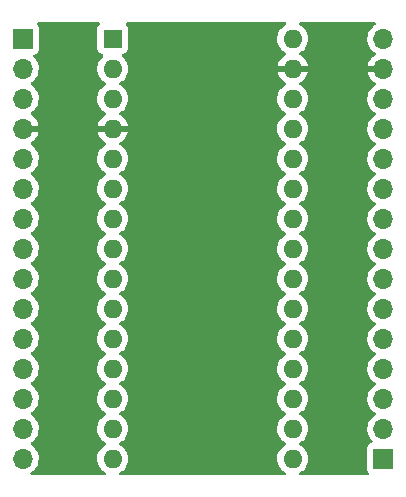
<source format=gbr>
%TF.GenerationSoftware,KiCad,Pcbnew,(6.0.11-0)*%
%TF.CreationDate,2023-01-30T19:10:04-05:00*%
%TF.ProjectId,Nano-Breakout,4e616e6f-2d42-4726-9561-6b6f75742e6b,1.0.0*%
%TF.SameCoordinates,Original*%
%TF.FileFunction,Copper,L2,Bot*%
%TF.FilePolarity,Positive*%
%FSLAX46Y46*%
G04 Gerber Fmt 4.6, Leading zero omitted, Abs format (unit mm)*
G04 Created by KiCad (PCBNEW (6.0.11-0)) date 2023-01-30 19:10:04*
%MOMM*%
%LPD*%
G01*
G04 APERTURE LIST*
%TA.AperFunction,ComponentPad*%
%ADD10R,1.700000X1.700000*%
%TD*%
%TA.AperFunction,ComponentPad*%
%ADD11O,1.700000X1.700000*%
%TD*%
%TA.AperFunction,ComponentPad*%
%ADD12R,1.600000X1.600000*%
%TD*%
%TA.AperFunction,ComponentPad*%
%ADD13O,1.600000X1.600000*%
%TD*%
G04 APERTURE END LIST*
D10*
%TO.P,J102,1,Pin_1*%
%TO.N,/D13*%
X163890000Y-107950000D03*
D11*
%TO.P,J102,2,Pin_2*%
%TO.N,+3V3*%
X163890000Y-105410000D03*
%TO.P,J102,3,Pin_3*%
%TO.N,Net-(A101-Pad18)*%
X163890000Y-102870000D03*
%TO.P,J102,4,Pin_4*%
%TO.N,Net-(A101-Pad19)*%
X163890000Y-100330000D03*
%TO.P,J102,5,Pin_5*%
%TO.N,Net-(A101-Pad20)*%
X163890000Y-97790000D03*
%TO.P,J102,6,Pin_6*%
%TO.N,Net-(A101-Pad21)*%
X163890000Y-95250000D03*
%TO.P,J102,7,Pin_7*%
%TO.N,Net-(A101-Pad22)*%
X163890000Y-92710000D03*
%TO.P,J102,8,Pin_8*%
%TO.N,Net-(A101-Pad23)*%
X163890000Y-90170000D03*
%TO.P,J102,9,Pin_9*%
%TO.N,Net-(A101-Pad24)*%
X163890000Y-87630000D03*
%TO.P,J102,10,Pin_10*%
%TO.N,Net-(A101-Pad25)*%
X163890000Y-85090000D03*
%TO.P,J102,11,Pin_11*%
%TO.N,Net-(A101-Pad26)*%
X163890000Y-82550000D03*
%TO.P,J102,12,Pin_12*%
%TO.N,+5V*%
X163890000Y-80010000D03*
%TO.P,J102,13,Pin_13*%
%TO.N,/~{RESET}*%
X163890000Y-77470000D03*
%TO.P,J102,14,Pin_14*%
%TO.N,GND*%
X163890000Y-74930000D03*
%TO.P,J102,15,Pin_15*%
%TO.N,VCC*%
X163890000Y-72390000D03*
%TD*%
D12*
%TO.P,A101,1,D1/TX*%
%TO.N,Net-(A101-Pad1)*%
X140970000Y-72390000D03*
D13*
%TO.P,A101,2,D0/RX*%
%TO.N,Net-(A101-Pad2)*%
X140970000Y-74930000D03*
%TO.P,A101,3,~{RESET}*%
%TO.N,/~{RESET}*%
X140970000Y-77470000D03*
%TO.P,A101,4,GND*%
%TO.N,GND*%
X140970000Y-80010000D03*
%TO.P,A101,5,D2*%
%TO.N,Net-(A101-Pad5)*%
X140970000Y-82550000D03*
%TO.P,A101,6,D3*%
%TO.N,Net-(A101-Pad6)*%
X140970000Y-85090000D03*
%TO.P,A101,7,D4*%
%TO.N,Net-(A101-Pad7)*%
X140970000Y-87630000D03*
%TO.P,A101,8,D5*%
%TO.N,Net-(A101-Pad8)*%
X140970000Y-90170000D03*
%TO.P,A101,9,D6*%
%TO.N,Net-(A101-Pad9)*%
X140970000Y-92710000D03*
%TO.P,A101,10,D7*%
%TO.N,Net-(A101-Pad10)*%
X140970000Y-95250000D03*
%TO.P,A101,11,D8*%
%TO.N,Net-(A101-Pad11)*%
X140970000Y-97790000D03*
%TO.P,A101,12,D9*%
%TO.N,Net-(A101-Pad12)*%
X140970000Y-100330000D03*
%TO.P,A101,13,D10*%
%TO.N,Net-(A101-Pad13)*%
X140970000Y-102870000D03*
%TO.P,A101,14,D11*%
%TO.N,Net-(A101-Pad14)*%
X140970000Y-105410000D03*
%TO.P,A101,15,D12*%
%TO.N,Net-(A101-Pad15)*%
X140970000Y-107950000D03*
%TO.P,A101,16,D13*%
%TO.N,/D13*%
X156210000Y-107950000D03*
%TO.P,A101,17,3V3*%
%TO.N,+3V3*%
X156210000Y-105410000D03*
%TO.P,A101,18,AREF*%
%TO.N,Net-(A101-Pad18)*%
X156210000Y-102870000D03*
%TO.P,A101,19,A0*%
%TO.N,Net-(A101-Pad19)*%
X156210000Y-100330000D03*
%TO.P,A101,20,A1*%
%TO.N,Net-(A101-Pad20)*%
X156210000Y-97790000D03*
%TO.P,A101,21,A2*%
%TO.N,Net-(A101-Pad21)*%
X156210000Y-95250000D03*
%TO.P,A101,22,A3*%
%TO.N,Net-(A101-Pad22)*%
X156210000Y-92710000D03*
%TO.P,A101,23,A4*%
%TO.N,Net-(A101-Pad23)*%
X156210000Y-90170000D03*
%TO.P,A101,24,A5*%
%TO.N,Net-(A101-Pad24)*%
X156210000Y-87630000D03*
%TO.P,A101,25,A6*%
%TO.N,Net-(A101-Pad25)*%
X156210000Y-85090000D03*
%TO.P,A101,26,A7*%
%TO.N,Net-(A101-Pad26)*%
X156210000Y-82550000D03*
%TO.P,A101,27,+5V*%
%TO.N,+5V*%
X156210000Y-80010000D03*
%TO.P,A101,28,~{RESET}*%
%TO.N,/~{RESET}*%
X156210000Y-77470000D03*
%TO.P,A101,29,GND*%
%TO.N,GND*%
X156210000Y-74930000D03*
%TO.P,A101,30,VIN*%
%TO.N,VCC*%
X156210000Y-72390000D03*
%TD*%
D10*
%TO.P,J101,1,Pin_1*%
%TO.N,Net-(A101-Pad1)*%
X133350000Y-72390000D03*
D11*
%TO.P,J101,2,Pin_2*%
%TO.N,Net-(A101-Pad2)*%
X133350000Y-74930000D03*
%TO.P,J101,3,Pin_3*%
%TO.N,/~{RESET}*%
X133350000Y-77470000D03*
%TO.P,J101,4,Pin_4*%
%TO.N,GND*%
X133350000Y-80010000D03*
%TO.P,J101,5,Pin_5*%
%TO.N,Net-(A101-Pad5)*%
X133350000Y-82550000D03*
%TO.P,J101,6,Pin_6*%
%TO.N,Net-(A101-Pad6)*%
X133350000Y-85090000D03*
%TO.P,J101,7,Pin_7*%
%TO.N,Net-(A101-Pad7)*%
X133350000Y-87630000D03*
%TO.P,J101,8,Pin_8*%
%TO.N,Net-(A101-Pad8)*%
X133350000Y-90170000D03*
%TO.P,J101,9,Pin_9*%
%TO.N,Net-(A101-Pad9)*%
X133350000Y-92710000D03*
%TO.P,J101,10,Pin_10*%
%TO.N,Net-(A101-Pad10)*%
X133350000Y-95250000D03*
%TO.P,J101,11,Pin_11*%
%TO.N,Net-(A101-Pad11)*%
X133350000Y-97790000D03*
%TO.P,J101,12,Pin_12*%
%TO.N,Net-(A101-Pad12)*%
X133350000Y-100330000D03*
%TO.P,J101,13,Pin_13*%
%TO.N,Net-(A101-Pad13)*%
X133350000Y-102870000D03*
%TO.P,J101,14,Pin_14*%
%TO.N,Net-(A101-Pad14)*%
X133350000Y-105410000D03*
%TO.P,J101,15,Pin_15*%
%TO.N,Net-(A101-Pad15)*%
X133350000Y-107950000D03*
%TD*%
%TA.AperFunction,Conductor*%
%TO.N,GND*%
G36*
X139807852Y-71013502D02*
G01*
X139854345Y-71067158D01*
X139864449Y-71137432D01*
X139834955Y-71202012D01*
X139815297Y-71220325D01*
X139806739Y-71226739D01*
X139719385Y-71343295D01*
X139668255Y-71479684D01*
X139661500Y-71541866D01*
X139661500Y-73238134D01*
X139668255Y-73300316D01*
X139719385Y-73436705D01*
X139806739Y-73553261D01*
X139923295Y-73640615D01*
X140059684Y-73691745D01*
X140070474Y-73692917D01*
X140072606Y-73693803D01*
X140075222Y-73694425D01*
X140075121Y-73694848D01*
X140136035Y-73720155D01*
X140176463Y-73778517D01*
X140178922Y-73849471D01*
X140142629Y-73910490D01*
X140133969Y-73917489D01*
X140130207Y-73920646D01*
X140125700Y-73923802D01*
X139963802Y-74085700D01*
X139960645Y-74090208D01*
X139960643Y-74090211D01*
X139913142Y-74158050D01*
X139832477Y-74273251D01*
X139830154Y-74278233D01*
X139830151Y-74278238D01*
X139747828Y-74454783D01*
X139735716Y-74480757D01*
X139734294Y-74486065D01*
X139734293Y-74486067D01*
X139683400Y-74676000D01*
X139676457Y-74701913D01*
X139656502Y-74930000D01*
X139676457Y-75158087D01*
X139677881Y-75163400D01*
X139677881Y-75163402D01*
X139691155Y-75212939D01*
X139735716Y-75379243D01*
X139738039Y-75384224D01*
X139738039Y-75384225D01*
X139830151Y-75581762D01*
X139830154Y-75581767D01*
X139832477Y-75586749D01*
X139867157Y-75636277D01*
X139939078Y-75738990D01*
X139963802Y-75774300D01*
X140125700Y-75936198D01*
X140130208Y-75939355D01*
X140130211Y-75939357D01*
X140179931Y-75974171D01*
X140313251Y-76067523D01*
X140318233Y-76069846D01*
X140318238Y-76069849D01*
X140352457Y-76085805D01*
X140405742Y-76132722D01*
X140425203Y-76200999D01*
X140404661Y-76268959D01*
X140352457Y-76314195D01*
X140318238Y-76330151D01*
X140318233Y-76330154D01*
X140313251Y-76332477D01*
X140208389Y-76405902D01*
X140130211Y-76460643D01*
X140130208Y-76460645D01*
X140125700Y-76463802D01*
X139963802Y-76625700D01*
X139960645Y-76630208D01*
X139960643Y-76630211D01*
X139928491Y-76676129D01*
X139832477Y-76813251D01*
X139830154Y-76818233D01*
X139830151Y-76818238D01*
X139747908Y-76994610D01*
X139735716Y-77020757D01*
X139734294Y-77026065D01*
X139734293Y-77026067D01*
X139682407Y-77219707D01*
X139676457Y-77241913D01*
X139656502Y-77470000D01*
X139676457Y-77698087D01*
X139677881Y-77703400D01*
X139677881Y-77703402D01*
X139725851Y-77882425D01*
X139735716Y-77919243D01*
X139738039Y-77924224D01*
X139738039Y-77924225D01*
X139830151Y-78121762D01*
X139830154Y-78121767D01*
X139832477Y-78126749D01*
X139892389Y-78212312D01*
X139954003Y-78300305D01*
X139963802Y-78314300D01*
X140125700Y-78476198D01*
X140130208Y-78479355D01*
X140130211Y-78479357D01*
X140170445Y-78507529D01*
X140313251Y-78607523D01*
X140318233Y-78609846D01*
X140318238Y-78609849D01*
X140353049Y-78626081D01*
X140406334Y-78672998D01*
X140425795Y-78741275D01*
X140405253Y-78809235D01*
X140353049Y-78854471D01*
X140318489Y-78870586D01*
X140308993Y-78876069D01*
X140130533Y-79001028D01*
X140122125Y-79008084D01*
X139968084Y-79162125D01*
X139961028Y-79170533D01*
X139836069Y-79348993D01*
X139830586Y-79358489D01*
X139738510Y-79555947D01*
X139734764Y-79566239D01*
X139688606Y-79738503D01*
X139688942Y-79752599D01*
X139696884Y-79756000D01*
X142237967Y-79756000D01*
X142251498Y-79752027D01*
X142252727Y-79743478D01*
X142205236Y-79566239D01*
X142201490Y-79555947D01*
X142109414Y-79358489D01*
X142103931Y-79348993D01*
X141978972Y-79170533D01*
X141971916Y-79162125D01*
X141817875Y-79008084D01*
X141809467Y-79001028D01*
X141631007Y-78876069D01*
X141621511Y-78870586D01*
X141586951Y-78854471D01*
X141533666Y-78807554D01*
X141514205Y-78739277D01*
X141534747Y-78671317D01*
X141586951Y-78626081D01*
X141621762Y-78609849D01*
X141621767Y-78609846D01*
X141626749Y-78607523D01*
X141769555Y-78507529D01*
X141809789Y-78479357D01*
X141809792Y-78479355D01*
X141814300Y-78476198D01*
X141976198Y-78314300D01*
X141985998Y-78300305D01*
X142047611Y-78212312D01*
X142107523Y-78126749D01*
X142109846Y-78121767D01*
X142109849Y-78121762D01*
X142201961Y-77924225D01*
X142201961Y-77924224D01*
X142204284Y-77919243D01*
X142214150Y-77882425D01*
X142262119Y-77703402D01*
X142262119Y-77703400D01*
X142263543Y-77698087D01*
X142283498Y-77470000D01*
X142263543Y-77241913D01*
X142257593Y-77219707D01*
X142205707Y-77026067D01*
X142205706Y-77026065D01*
X142204284Y-77020757D01*
X142192092Y-76994610D01*
X142109849Y-76818238D01*
X142109846Y-76818233D01*
X142107523Y-76813251D01*
X142011509Y-76676129D01*
X141979357Y-76630211D01*
X141979355Y-76630208D01*
X141976198Y-76625700D01*
X141814300Y-76463802D01*
X141809792Y-76460645D01*
X141809789Y-76460643D01*
X141731611Y-76405902D01*
X141626749Y-76332477D01*
X141621767Y-76330154D01*
X141621762Y-76330151D01*
X141587543Y-76314195D01*
X141534258Y-76267278D01*
X141514797Y-76199001D01*
X141535339Y-76131041D01*
X141587543Y-76085805D01*
X141621762Y-76069849D01*
X141621767Y-76069846D01*
X141626749Y-76067523D01*
X141760069Y-75974171D01*
X141809789Y-75939357D01*
X141809792Y-75939355D01*
X141814300Y-75936198D01*
X141976198Y-75774300D01*
X142000923Y-75738990D01*
X142072843Y-75636277D01*
X142107523Y-75586749D01*
X142109846Y-75581767D01*
X142109849Y-75581762D01*
X142201961Y-75384225D01*
X142201961Y-75384224D01*
X142204284Y-75379243D01*
X142248846Y-75212939D01*
X142262119Y-75163402D01*
X142262119Y-75163400D01*
X142263543Y-75158087D01*
X142283498Y-74930000D01*
X142263543Y-74701913D01*
X142256600Y-74676000D01*
X142205707Y-74486067D01*
X142205706Y-74486065D01*
X142204284Y-74480757D01*
X142192172Y-74454783D01*
X142109849Y-74278238D01*
X142109846Y-74278233D01*
X142107523Y-74273251D01*
X142026858Y-74158050D01*
X141979357Y-74090211D01*
X141979355Y-74090208D01*
X141976198Y-74085700D01*
X141814300Y-73923802D01*
X141809789Y-73920643D01*
X141805576Y-73917108D01*
X141806527Y-73915974D01*
X141766529Y-73865929D01*
X141759224Y-73795310D01*
X141791258Y-73731951D01*
X141852462Y-73695970D01*
X141869517Y-73692918D01*
X141880316Y-73691745D01*
X142016705Y-73640615D01*
X142133261Y-73553261D01*
X142220615Y-73436705D01*
X142271745Y-73300316D01*
X142278500Y-73238134D01*
X142278500Y-71541866D01*
X142271745Y-71479684D01*
X142220615Y-71343295D01*
X142133261Y-71226739D01*
X142124704Y-71220326D01*
X142123682Y-71218959D01*
X142119731Y-71215008D01*
X142120301Y-71214438D01*
X142082189Y-71163468D01*
X142077163Y-71092649D01*
X142111222Y-71030356D01*
X142173553Y-70996365D01*
X142200269Y-70993500D01*
X155540279Y-70993500D01*
X155608400Y-71013502D01*
X155654893Y-71067158D01*
X155664997Y-71137432D01*
X155635503Y-71202012D01*
X155593529Y-71233695D01*
X155558238Y-71250151D01*
X155558233Y-71250154D01*
X155553251Y-71252477D01*
X155505221Y-71286108D01*
X155370211Y-71380643D01*
X155370208Y-71380645D01*
X155365700Y-71383802D01*
X155203802Y-71545700D01*
X155200645Y-71550208D01*
X155200643Y-71550211D01*
X155168491Y-71596129D01*
X155072477Y-71733251D01*
X155070154Y-71738233D01*
X155070151Y-71738238D01*
X154987908Y-71914610D01*
X154975716Y-71940757D01*
X154974294Y-71946065D01*
X154974293Y-71946067D01*
X154922407Y-72139707D01*
X154916457Y-72161913D01*
X154896502Y-72390000D01*
X154916457Y-72618087D01*
X154917881Y-72623400D01*
X154917881Y-72623402D01*
X154965851Y-72802425D01*
X154975716Y-72839243D01*
X154978039Y-72844224D01*
X154978039Y-72844225D01*
X155070151Y-73041762D01*
X155070154Y-73041767D01*
X155072477Y-73046749D01*
X155132389Y-73132312D01*
X155194003Y-73220305D01*
X155203802Y-73234300D01*
X155365700Y-73396198D01*
X155370208Y-73399355D01*
X155370211Y-73399357D01*
X155410445Y-73427529D01*
X155553251Y-73527523D01*
X155558233Y-73529846D01*
X155558238Y-73529849D01*
X155593049Y-73546081D01*
X155646334Y-73592998D01*
X155665795Y-73661275D01*
X155645253Y-73729235D01*
X155593049Y-73774471D01*
X155558489Y-73790586D01*
X155548993Y-73796069D01*
X155370533Y-73921028D01*
X155362125Y-73928084D01*
X155208084Y-74082125D01*
X155201028Y-74090533D01*
X155076069Y-74268993D01*
X155070586Y-74278489D01*
X154978510Y-74475947D01*
X154974764Y-74486239D01*
X154928606Y-74658503D01*
X154928942Y-74672599D01*
X154936884Y-74676000D01*
X157477967Y-74676000D01*
X157491498Y-74672027D01*
X157492727Y-74663478D01*
X157445236Y-74486239D01*
X157441490Y-74475947D01*
X157349414Y-74278489D01*
X157343931Y-74268993D01*
X157218972Y-74090533D01*
X157211916Y-74082125D01*
X157057875Y-73928084D01*
X157049467Y-73921028D01*
X156871007Y-73796069D01*
X156861511Y-73790586D01*
X156826951Y-73774471D01*
X156773666Y-73727554D01*
X156754205Y-73659277D01*
X156774747Y-73591317D01*
X156826951Y-73546081D01*
X156861762Y-73529849D01*
X156861767Y-73529846D01*
X156866749Y-73527523D01*
X157009555Y-73427529D01*
X157049789Y-73399357D01*
X157049792Y-73399355D01*
X157054300Y-73396198D01*
X157216198Y-73234300D01*
X157225998Y-73220305D01*
X157287611Y-73132312D01*
X157347523Y-73046749D01*
X157349846Y-73041767D01*
X157349849Y-73041762D01*
X157441961Y-72844225D01*
X157441961Y-72844224D01*
X157444284Y-72839243D01*
X157454150Y-72802425D01*
X157502119Y-72623402D01*
X157502119Y-72623400D01*
X157503543Y-72618087D01*
X157523498Y-72390000D01*
X157503543Y-72161913D01*
X157497593Y-72139707D01*
X157445707Y-71946067D01*
X157445706Y-71946065D01*
X157444284Y-71940757D01*
X157432092Y-71914610D01*
X157349849Y-71738238D01*
X157349846Y-71738233D01*
X157347523Y-71733251D01*
X157251509Y-71596129D01*
X157219357Y-71550211D01*
X157219355Y-71550208D01*
X157216198Y-71545700D01*
X157054300Y-71383802D01*
X157049792Y-71380645D01*
X157049789Y-71380643D01*
X156914779Y-71286108D01*
X156866749Y-71252477D01*
X156861767Y-71250154D01*
X156861762Y-71250151D01*
X156826471Y-71233695D01*
X156773186Y-71186778D01*
X156753725Y-71118500D01*
X156774267Y-71050540D01*
X156828290Y-71004475D01*
X156879721Y-70993500D01*
X163115501Y-70993500D01*
X163183622Y-71013502D01*
X163230115Y-71067158D01*
X163240219Y-71137432D01*
X163210725Y-71202012D01*
X163173683Y-71231262D01*
X163163607Y-71236507D01*
X163159474Y-71239610D01*
X163159471Y-71239612D01*
X163010180Y-71351703D01*
X162984965Y-71370635D01*
X162830629Y-71532138D01*
X162827715Y-71536410D01*
X162827714Y-71536411D01*
X162818300Y-71550211D01*
X162704743Y-71716680D01*
X162610688Y-71919305D01*
X162550989Y-72134570D01*
X162527251Y-72356695D01*
X162527548Y-72361848D01*
X162527548Y-72361851D01*
X162529171Y-72390000D01*
X162540110Y-72579715D01*
X162541247Y-72584761D01*
X162541248Y-72584767D01*
X162562275Y-72678069D01*
X162589222Y-72797639D01*
X162673266Y-73004616D01*
X162789987Y-73195088D01*
X162936250Y-73363938D01*
X163108126Y-73506632D01*
X163175635Y-73546081D01*
X163181955Y-73549774D01*
X163230679Y-73601412D01*
X163243750Y-73671195D01*
X163217019Y-73736967D01*
X163176562Y-73770327D01*
X163168457Y-73774546D01*
X163159738Y-73780036D01*
X162989433Y-73907905D01*
X162981726Y-73914748D01*
X162834590Y-74068717D01*
X162828104Y-74076727D01*
X162708098Y-74252649D01*
X162703000Y-74261623D01*
X162613338Y-74454783D01*
X162609775Y-74464470D01*
X162554389Y-74664183D01*
X162555912Y-74672607D01*
X162568292Y-74676000D01*
X164018000Y-74676000D01*
X164086121Y-74696002D01*
X164132614Y-74749658D01*
X164144000Y-74802000D01*
X164144000Y-75058000D01*
X164123998Y-75126121D01*
X164070342Y-75172614D01*
X164018000Y-75184000D01*
X162573225Y-75184000D01*
X162559694Y-75187973D01*
X162558257Y-75197966D01*
X162588565Y-75332446D01*
X162591645Y-75342275D01*
X162671770Y-75539603D01*
X162676413Y-75548794D01*
X162787694Y-75730388D01*
X162793777Y-75738699D01*
X162933213Y-75899667D01*
X162940580Y-75906883D01*
X163104434Y-76042916D01*
X163112881Y-76048831D01*
X163181969Y-76089203D01*
X163230693Y-76140842D01*
X163243764Y-76210625D01*
X163217033Y-76276396D01*
X163176584Y-76309752D01*
X163163607Y-76316507D01*
X163159474Y-76319610D01*
X163159471Y-76319612D01*
X163138132Y-76335634D01*
X162984965Y-76450635D01*
X162830629Y-76612138D01*
X162827715Y-76616410D01*
X162827714Y-76616411D01*
X162818300Y-76630211D01*
X162704743Y-76796680D01*
X162610688Y-76999305D01*
X162550989Y-77214570D01*
X162527251Y-77436695D01*
X162527548Y-77441848D01*
X162527548Y-77441851D01*
X162533011Y-77536590D01*
X162540110Y-77659715D01*
X162541247Y-77664761D01*
X162541248Y-77664767D01*
X162561119Y-77752939D01*
X162589222Y-77877639D01*
X162673266Y-78084616D01*
X162675965Y-78089020D01*
X162787291Y-78270688D01*
X162789987Y-78275088D01*
X162936250Y-78443938D01*
X163108126Y-78586632D01*
X163175163Y-78625805D01*
X163181445Y-78629476D01*
X163230169Y-78681114D01*
X163243240Y-78750897D01*
X163216509Y-78816669D01*
X163176055Y-78850027D01*
X163163607Y-78856507D01*
X163159474Y-78859610D01*
X163159471Y-78859612D01*
X163135247Y-78877800D01*
X162984965Y-78990635D01*
X162830629Y-79152138D01*
X162827715Y-79156410D01*
X162827714Y-79156411D01*
X162818300Y-79170211D01*
X162704743Y-79336680D01*
X162610688Y-79539305D01*
X162550989Y-79754570D01*
X162527251Y-79976695D01*
X162527548Y-79981848D01*
X162527548Y-79981851D01*
X162529171Y-80010000D01*
X162540110Y-80199715D01*
X162541247Y-80204761D01*
X162541248Y-80204767D01*
X162558645Y-80281962D01*
X162589222Y-80417639D01*
X162673266Y-80624616D01*
X162723863Y-80707183D01*
X162766690Y-80777070D01*
X162789987Y-80815088D01*
X162936250Y-80983938D01*
X163108126Y-81126632D01*
X163174691Y-81165529D01*
X163181445Y-81169476D01*
X163230169Y-81221114D01*
X163243240Y-81290897D01*
X163216509Y-81356669D01*
X163176055Y-81390027D01*
X163163607Y-81396507D01*
X163159474Y-81399610D01*
X163159471Y-81399612D01*
X163138132Y-81415634D01*
X162984965Y-81530635D01*
X162830629Y-81692138D01*
X162827715Y-81696410D01*
X162827714Y-81696411D01*
X162818300Y-81710211D01*
X162704743Y-81876680D01*
X162610688Y-82079305D01*
X162550989Y-82294570D01*
X162527251Y-82516695D01*
X162527548Y-82521848D01*
X162527548Y-82521851D01*
X162533011Y-82616590D01*
X162540110Y-82739715D01*
X162541247Y-82744761D01*
X162541248Y-82744767D01*
X162561119Y-82832939D01*
X162589222Y-82957639D01*
X162673266Y-83164616D01*
X162675965Y-83169020D01*
X162787291Y-83350688D01*
X162789987Y-83355088D01*
X162936250Y-83523938D01*
X163108126Y-83666632D01*
X163175163Y-83705805D01*
X163181445Y-83709476D01*
X163230169Y-83761114D01*
X163243240Y-83830897D01*
X163216509Y-83896669D01*
X163176055Y-83930027D01*
X163163607Y-83936507D01*
X163159474Y-83939610D01*
X163159471Y-83939612D01*
X163138132Y-83955634D01*
X162984965Y-84070635D01*
X162830629Y-84232138D01*
X162827715Y-84236410D01*
X162827714Y-84236411D01*
X162818300Y-84250211D01*
X162704743Y-84416680D01*
X162610688Y-84619305D01*
X162550989Y-84834570D01*
X162527251Y-85056695D01*
X162527548Y-85061848D01*
X162527548Y-85061851D01*
X162533011Y-85156590D01*
X162540110Y-85279715D01*
X162541247Y-85284761D01*
X162541248Y-85284767D01*
X162561119Y-85372939D01*
X162589222Y-85497639D01*
X162673266Y-85704616D01*
X162675965Y-85709020D01*
X162787291Y-85890688D01*
X162789987Y-85895088D01*
X162936250Y-86063938D01*
X163108126Y-86206632D01*
X163175163Y-86245805D01*
X163181445Y-86249476D01*
X163230169Y-86301114D01*
X163243240Y-86370897D01*
X163216509Y-86436669D01*
X163176055Y-86470027D01*
X163163607Y-86476507D01*
X163159474Y-86479610D01*
X163159471Y-86479612D01*
X163138132Y-86495634D01*
X162984965Y-86610635D01*
X162830629Y-86772138D01*
X162827715Y-86776410D01*
X162827714Y-86776411D01*
X162818300Y-86790211D01*
X162704743Y-86956680D01*
X162610688Y-87159305D01*
X162550989Y-87374570D01*
X162527251Y-87596695D01*
X162527548Y-87601848D01*
X162527548Y-87601851D01*
X162533011Y-87696590D01*
X162540110Y-87819715D01*
X162541247Y-87824761D01*
X162541248Y-87824767D01*
X162561119Y-87912939D01*
X162589222Y-88037639D01*
X162673266Y-88244616D01*
X162675965Y-88249020D01*
X162787291Y-88430688D01*
X162789987Y-88435088D01*
X162936250Y-88603938D01*
X163108126Y-88746632D01*
X163175163Y-88785805D01*
X163181445Y-88789476D01*
X163230169Y-88841114D01*
X163243240Y-88910897D01*
X163216509Y-88976669D01*
X163176055Y-89010027D01*
X163163607Y-89016507D01*
X163159474Y-89019610D01*
X163159471Y-89019612D01*
X163138132Y-89035634D01*
X162984965Y-89150635D01*
X162830629Y-89312138D01*
X162827715Y-89316410D01*
X162827714Y-89316411D01*
X162818300Y-89330211D01*
X162704743Y-89496680D01*
X162610688Y-89699305D01*
X162550989Y-89914570D01*
X162527251Y-90136695D01*
X162527548Y-90141848D01*
X162527548Y-90141851D01*
X162533011Y-90236590D01*
X162540110Y-90359715D01*
X162541247Y-90364761D01*
X162541248Y-90364767D01*
X162561119Y-90452939D01*
X162589222Y-90577639D01*
X162673266Y-90784616D01*
X162675965Y-90789020D01*
X162787291Y-90970688D01*
X162789987Y-90975088D01*
X162936250Y-91143938D01*
X163108126Y-91286632D01*
X163175163Y-91325805D01*
X163181445Y-91329476D01*
X163230169Y-91381114D01*
X163243240Y-91450897D01*
X163216509Y-91516669D01*
X163176055Y-91550027D01*
X163163607Y-91556507D01*
X163159474Y-91559610D01*
X163159471Y-91559612D01*
X163138132Y-91575634D01*
X162984965Y-91690635D01*
X162830629Y-91852138D01*
X162827715Y-91856410D01*
X162827714Y-91856411D01*
X162818300Y-91870211D01*
X162704743Y-92036680D01*
X162610688Y-92239305D01*
X162550989Y-92454570D01*
X162527251Y-92676695D01*
X162527548Y-92681848D01*
X162527548Y-92681851D01*
X162533011Y-92776590D01*
X162540110Y-92899715D01*
X162541247Y-92904761D01*
X162541248Y-92904767D01*
X162561119Y-92992939D01*
X162589222Y-93117639D01*
X162673266Y-93324616D01*
X162675965Y-93329020D01*
X162787291Y-93510688D01*
X162789987Y-93515088D01*
X162936250Y-93683938D01*
X163108126Y-93826632D01*
X163175163Y-93865805D01*
X163181445Y-93869476D01*
X163230169Y-93921114D01*
X163243240Y-93990897D01*
X163216509Y-94056669D01*
X163176055Y-94090027D01*
X163163607Y-94096507D01*
X163159474Y-94099610D01*
X163159471Y-94099612D01*
X163138132Y-94115634D01*
X162984965Y-94230635D01*
X162830629Y-94392138D01*
X162827715Y-94396410D01*
X162827714Y-94396411D01*
X162818300Y-94410211D01*
X162704743Y-94576680D01*
X162610688Y-94779305D01*
X162550989Y-94994570D01*
X162527251Y-95216695D01*
X162527548Y-95221848D01*
X162527548Y-95221851D01*
X162533011Y-95316590D01*
X162540110Y-95439715D01*
X162541247Y-95444761D01*
X162541248Y-95444767D01*
X162561119Y-95532939D01*
X162589222Y-95657639D01*
X162673266Y-95864616D01*
X162675965Y-95869020D01*
X162787291Y-96050688D01*
X162789987Y-96055088D01*
X162936250Y-96223938D01*
X163108126Y-96366632D01*
X163175163Y-96405805D01*
X163181445Y-96409476D01*
X163230169Y-96461114D01*
X163243240Y-96530897D01*
X163216509Y-96596669D01*
X163176055Y-96630027D01*
X163163607Y-96636507D01*
X163159474Y-96639610D01*
X163159471Y-96639612D01*
X163138132Y-96655634D01*
X162984965Y-96770635D01*
X162830629Y-96932138D01*
X162827715Y-96936410D01*
X162827714Y-96936411D01*
X162818300Y-96950211D01*
X162704743Y-97116680D01*
X162610688Y-97319305D01*
X162550989Y-97534570D01*
X162527251Y-97756695D01*
X162527548Y-97761848D01*
X162527548Y-97761851D01*
X162533011Y-97856590D01*
X162540110Y-97979715D01*
X162541247Y-97984761D01*
X162541248Y-97984767D01*
X162561119Y-98072939D01*
X162589222Y-98197639D01*
X162673266Y-98404616D01*
X162675965Y-98409020D01*
X162787291Y-98590688D01*
X162789987Y-98595088D01*
X162936250Y-98763938D01*
X163108126Y-98906632D01*
X163175163Y-98945805D01*
X163181445Y-98949476D01*
X163230169Y-99001114D01*
X163243240Y-99070897D01*
X163216509Y-99136669D01*
X163176055Y-99170027D01*
X163163607Y-99176507D01*
X163159474Y-99179610D01*
X163159471Y-99179612D01*
X163138132Y-99195634D01*
X162984965Y-99310635D01*
X162830629Y-99472138D01*
X162827715Y-99476410D01*
X162827714Y-99476411D01*
X162818300Y-99490211D01*
X162704743Y-99656680D01*
X162610688Y-99859305D01*
X162550989Y-100074570D01*
X162527251Y-100296695D01*
X162527548Y-100301848D01*
X162527548Y-100301851D01*
X162533011Y-100396590D01*
X162540110Y-100519715D01*
X162541247Y-100524761D01*
X162541248Y-100524767D01*
X162561119Y-100612939D01*
X162589222Y-100737639D01*
X162673266Y-100944616D01*
X162675965Y-100949020D01*
X162787291Y-101130688D01*
X162789987Y-101135088D01*
X162936250Y-101303938D01*
X163108126Y-101446632D01*
X163175163Y-101485805D01*
X163181445Y-101489476D01*
X163230169Y-101541114D01*
X163243240Y-101610897D01*
X163216509Y-101676669D01*
X163176055Y-101710027D01*
X163163607Y-101716507D01*
X163159474Y-101719610D01*
X163159471Y-101719612D01*
X163138132Y-101735634D01*
X162984965Y-101850635D01*
X162830629Y-102012138D01*
X162827715Y-102016410D01*
X162827714Y-102016411D01*
X162818300Y-102030211D01*
X162704743Y-102196680D01*
X162610688Y-102399305D01*
X162550989Y-102614570D01*
X162527251Y-102836695D01*
X162527548Y-102841848D01*
X162527548Y-102841851D01*
X162533011Y-102936590D01*
X162540110Y-103059715D01*
X162541247Y-103064761D01*
X162541248Y-103064767D01*
X162561119Y-103152939D01*
X162589222Y-103277639D01*
X162673266Y-103484616D01*
X162675965Y-103489020D01*
X162787291Y-103670688D01*
X162789987Y-103675088D01*
X162936250Y-103843938D01*
X163108126Y-103986632D01*
X163175163Y-104025805D01*
X163181445Y-104029476D01*
X163230169Y-104081114D01*
X163243240Y-104150897D01*
X163216509Y-104216669D01*
X163176055Y-104250027D01*
X163163607Y-104256507D01*
X163159474Y-104259610D01*
X163159471Y-104259612D01*
X163138132Y-104275634D01*
X162984965Y-104390635D01*
X162830629Y-104552138D01*
X162827715Y-104556410D01*
X162827714Y-104556411D01*
X162818300Y-104570211D01*
X162704743Y-104736680D01*
X162610688Y-104939305D01*
X162550989Y-105154570D01*
X162527251Y-105376695D01*
X162527548Y-105381848D01*
X162527548Y-105381851D01*
X162533011Y-105476590D01*
X162540110Y-105599715D01*
X162541247Y-105604761D01*
X162541248Y-105604767D01*
X162561119Y-105692939D01*
X162589222Y-105817639D01*
X162673266Y-106024616D01*
X162675965Y-106029020D01*
X162787291Y-106210688D01*
X162789987Y-106215088D01*
X162936250Y-106383938D01*
X162940230Y-106387242D01*
X162944981Y-106391187D01*
X162984616Y-106450090D01*
X162986113Y-106521071D01*
X162948997Y-106581593D01*
X162908725Y-106606112D01*
X162820095Y-106639338D01*
X162793295Y-106649385D01*
X162676739Y-106736739D01*
X162589385Y-106853295D01*
X162538255Y-106989684D01*
X162531500Y-107051866D01*
X162531500Y-108848134D01*
X162538255Y-108910316D01*
X162589385Y-109046705D01*
X162594770Y-109053890D01*
X162594771Y-109053892D01*
X162663004Y-109144935D01*
X162687852Y-109211442D01*
X162672799Y-109280824D01*
X162622625Y-109331054D01*
X162562178Y-109346500D01*
X156879721Y-109346500D01*
X156811600Y-109326498D01*
X156765107Y-109272842D01*
X156755003Y-109202568D01*
X156784497Y-109137988D01*
X156826471Y-109106305D01*
X156861762Y-109089849D01*
X156861767Y-109089846D01*
X156866749Y-109087523D01*
X157009555Y-108987529D01*
X157049789Y-108959357D01*
X157049792Y-108959355D01*
X157054300Y-108956198D01*
X157216198Y-108794300D01*
X157240923Y-108758990D01*
X157312843Y-108656277D01*
X157347523Y-108606749D01*
X157349846Y-108601767D01*
X157349849Y-108601762D01*
X157441961Y-108404225D01*
X157441961Y-108404224D01*
X157444284Y-108399243D01*
X157488846Y-108232939D01*
X157502119Y-108183402D01*
X157502119Y-108183400D01*
X157503543Y-108178087D01*
X157523498Y-107950000D01*
X157503543Y-107721913D01*
X157502119Y-107716598D01*
X157445707Y-107506067D01*
X157445706Y-107506065D01*
X157444284Y-107500757D01*
X157434281Y-107479305D01*
X157349849Y-107298238D01*
X157349846Y-107298233D01*
X157347523Y-107293251D01*
X157266858Y-107178050D01*
X157219357Y-107110211D01*
X157219355Y-107110208D01*
X157216198Y-107105700D01*
X157054300Y-106943802D01*
X157049792Y-106940645D01*
X157049789Y-106940643D01*
X156914780Y-106846109D01*
X156866749Y-106812477D01*
X156861767Y-106810154D01*
X156861762Y-106810151D01*
X156827543Y-106794195D01*
X156774258Y-106747278D01*
X156754797Y-106679001D01*
X156775339Y-106611041D01*
X156827543Y-106565805D01*
X156861762Y-106549849D01*
X156861767Y-106549846D01*
X156866749Y-106547523D01*
X157004351Y-106451173D01*
X157049789Y-106419357D01*
X157049792Y-106419355D01*
X157054300Y-106416198D01*
X157216198Y-106254300D01*
X157225998Y-106240305D01*
X157287611Y-106152312D01*
X157347523Y-106066749D01*
X157349846Y-106061767D01*
X157349849Y-106061762D01*
X157441961Y-105864225D01*
X157441961Y-105864224D01*
X157444284Y-105859243D01*
X157454150Y-105822425D01*
X157502119Y-105643402D01*
X157502119Y-105643400D01*
X157503543Y-105638087D01*
X157523498Y-105410000D01*
X157503543Y-105181913D01*
X157497593Y-105159707D01*
X157445707Y-104966067D01*
X157445706Y-104966065D01*
X157444284Y-104960757D01*
X157432092Y-104934610D01*
X157349849Y-104758238D01*
X157349846Y-104758233D01*
X157347523Y-104753251D01*
X157251509Y-104616129D01*
X157219357Y-104570211D01*
X157219355Y-104570208D01*
X157216198Y-104565700D01*
X157054300Y-104403802D01*
X157049792Y-104400645D01*
X157049789Y-104400643D01*
X156971611Y-104345902D01*
X156866749Y-104272477D01*
X156861767Y-104270154D01*
X156861762Y-104270151D01*
X156827543Y-104254195D01*
X156774258Y-104207278D01*
X156754797Y-104139001D01*
X156775339Y-104071041D01*
X156827543Y-104025805D01*
X156861762Y-104009849D01*
X156861767Y-104009846D01*
X156866749Y-104007523D01*
X157009555Y-103907529D01*
X157049789Y-103879357D01*
X157049792Y-103879355D01*
X157054300Y-103876198D01*
X157216198Y-103714300D01*
X157225998Y-103700305D01*
X157287611Y-103612312D01*
X157347523Y-103526749D01*
X157349846Y-103521767D01*
X157349849Y-103521762D01*
X157441961Y-103324225D01*
X157441961Y-103324224D01*
X157444284Y-103319243D01*
X157454150Y-103282425D01*
X157502119Y-103103402D01*
X157502119Y-103103400D01*
X157503543Y-103098087D01*
X157523498Y-102870000D01*
X157503543Y-102641913D01*
X157497593Y-102619707D01*
X157445707Y-102426067D01*
X157445706Y-102426065D01*
X157444284Y-102420757D01*
X157432092Y-102394610D01*
X157349849Y-102218238D01*
X157349846Y-102218233D01*
X157347523Y-102213251D01*
X157251509Y-102076129D01*
X157219357Y-102030211D01*
X157219355Y-102030208D01*
X157216198Y-102025700D01*
X157054300Y-101863802D01*
X157049792Y-101860645D01*
X157049789Y-101860643D01*
X156971611Y-101805902D01*
X156866749Y-101732477D01*
X156861767Y-101730154D01*
X156861762Y-101730151D01*
X156827543Y-101714195D01*
X156774258Y-101667278D01*
X156754797Y-101599001D01*
X156775339Y-101531041D01*
X156827543Y-101485805D01*
X156861762Y-101469849D01*
X156861767Y-101469846D01*
X156866749Y-101467523D01*
X157009555Y-101367529D01*
X157049789Y-101339357D01*
X157049792Y-101339355D01*
X157054300Y-101336198D01*
X157216198Y-101174300D01*
X157225998Y-101160305D01*
X157287611Y-101072312D01*
X157347523Y-100986749D01*
X157349846Y-100981767D01*
X157349849Y-100981762D01*
X157441961Y-100784225D01*
X157441961Y-100784224D01*
X157444284Y-100779243D01*
X157454150Y-100742425D01*
X157502119Y-100563402D01*
X157502119Y-100563400D01*
X157503543Y-100558087D01*
X157523498Y-100330000D01*
X157503543Y-100101913D01*
X157497593Y-100079707D01*
X157445707Y-99886067D01*
X157445706Y-99886065D01*
X157444284Y-99880757D01*
X157432092Y-99854610D01*
X157349849Y-99678238D01*
X157349846Y-99678233D01*
X157347523Y-99673251D01*
X157251509Y-99536129D01*
X157219357Y-99490211D01*
X157219355Y-99490208D01*
X157216198Y-99485700D01*
X157054300Y-99323802D01*
X157049792Y-99320645D01*
X157049789Y-99320643D01*
X156971611Y-99265902D01*
X156866749Y-99192477D01*
X156861767Y-99190154D01*
X156861762Y-99190151D01*
X156827543Y-99174195D01*
X156774258Y-99127278D01*
X156754797Y-99059001D01*
X156775339Y-98991041D01*
X156827543Y-98945805D01*
X156861762Y-98929849D01*
X156861767Y-98929846D01*
X156866749Y-98927523D01*
X157009555Y-98827529D01*
X157049789Y-98799357D01*
X157049792Y-98799355D01*
X157054300Y-98796198D01*
X157216198Y-98634300D01*
X157225998Y-98620305D01*
X157287611Y-98532312D01*
X157347523Y-98446749D01*
X157349846Y-98441767D01*
X157349849Y-98441762D01*
X157441961Y-98244225D01*
X157441961Y-98244224D01*
X157444284Y-98239243D01*
X157454150Y-98202425D01*
X157502119Y-98023402D01*
X157502119Y-98023400D01*
X157503543Y-98018087D01*
X157523498Y-97790000D01*
X157503543Y-97561913D01*
X157497593Y-97539707D01*
X157445707Y-97346067D01*
X157445706Y-97346065D01*
X157444284Y-97340757D01*
X157432092Y-97314610D01*
X157349849Y-97138238D01*
X157349846Y-97138233D01*
X157347523Y-97133251D01*
X157251509Y-96996129D01*
X157219357Y-96950211D01*
X157219355Y-96950208D01*
X157216198Y-96945700D01*
X157054300Y-96783802D01*
X157049792Y-96780645D01*
X157049789Y-96780643D01*
X156971611Y-96725902D01*
X156866749Y-96652477D01*
X156861767Y-96650154D01*
X156861762Y-96650151D01*
X156827543Y-96634195D01*
X156774258Y-96587278D01*
X156754797Y-96519001D01*
X156775339Y-96451041D01*
X156827543Y-96405805D01*
X156861762Y-96389849D01*
X156861767Y-96389846D01*
X156866749Y-96387523D01*
X157009555Y-96287529D01*
X157049789Y-96259357D01*
X157049792Y-96259355D01*
X157054300Y-96256198D01*
X157216198Y-96094300D01*
X157225998Y-96080305D01*
X157287611Y-95992312D01*
X157347523Y-95906749D01*
X157349846Y-95901767D01*
X157349849Y-95901762D01*
X157441961Y-95704225D01*
X157441961Y-95704224D01*
X157444284Y-95699243D01*
X157454150Y-95662425D01*
X157502119Y-95483402D01*
X157502119Y-95483400D01*
X157503543Y-95478087D01*
X157523498Y-95250000D01*
X157503543Y-95021913D01*
X157497593Y-94999707D01*
X157445707Y-94806067D01*
X157445706Y-94806065D01*
X157444284Y-94800757D01*
X157432092Y-94774610D01*
X157349849Y-94598238D01*
X157349846Y-94598233D01*
X157347523Y-94593251D01*
X157251509Y-94456129D01*
X157219357Y-94410211D01*
X157219355Y-94410208D01*
X157216198Y-94405700D01*
X157054300Y-94243802D01*
X157049792Y-94240645D01*
X157049789Y-94240643D01*
X156971611Y-94185902D01*
X156866749Y-94112477D01*
X156861767Y-94110154D01*
X156861762Y-94110151D01*
X156827543Y-94094195D01*
X156774258Y-94047278D01*
X156754797Y-93979001D01*
X156775339Y-93911041D01*
X156827543Y-93865805D01*
X156861762Y-93849849D01*
X156861767Y-93849846D01*
X156866749Y-93847523D01*
X157009555Y-93747529D01*
X157049789Y-93719357D01*
X157049792Y-93719355D01*
X157054300Y-93716198D01*
X157216198Y-93554300D01*
X157225998Y-93540305D01*
X157287611Y-93452312D01*
X157347523Y-93366749D01*
X157349846Y-93361767D01*
X157349849Y-93361762D01*
X157441961Y-93164225D01*
X157441961Y-93164224D01*
X157444284Y-93159243D01*
X157454150Y-93122425D01*
X157502119Y-92943402D01*
X157502119Y-92943400D01*
X157503543Y-92938087D01*
X157523498Y-92710000D01*
X157503543Y-92481913D01*
X157497593Y-92459707D01*
X157445707Y-92266067D01*
X157445706Y-92266065D01*
X157444284Y-92260757D01*
X157432092Y-92234610D01*
X157349849Y-92058238D01*
X157349846Y-92058233D01*
X157347523Y-92053251D01*
X157251509Y-91916129D01*
X157219357Y-91870211D01*
X157219355Y-91870208D01*
X157216198Y-91865700D01*
X157054300Y-91703802D01*
X157049792Y-91700645D01*
X157049789Y-91700643D01*
X156971611Y-91645902D01*
X156866749Y-91572477D01*
X156861767Y-91570154D01*
X156861762Y-91570151D01*
X156827543Y-91554195D01*
X156774258Y-91507278D01*
X156754797Y-91439001D01*
X156775339Y-91371041D01*
X156827543Y-91325805D01*
X156861762Y-91309849D01*
X156861767Y-91309846D01*
X156866749Y-91307523D01*
X157009555Y-91207529D01*
X157049789Y-91179357D01*
X157049792Y-91179355D01*
X157054300Y-91176198D01*
X157216198Y-91014300D01*
X157225998Y-91000305D01*
X157287611Y-90912312D01*
X157347523Y-90826749D01*
X157349846Y-90821767D01*
X157349849Y-90821762D01*
X157441961Y-90624225D01*
X157441961Y-90624224D01*
X157444284Y-90619243D01*
X157454150Y-90582425D01*
X157502119Y-90403402D01*
X157502119Y-90403400D01*
X157503543Y-90398087D01*
X157523498Y-90170000D01*
X157503543Y-89941913D01*
X157497593Y-89919707D01*
X157445707Y-89726067D01*
X157445706Y-89726065D01*
X157444284Y-89720757D01*
X157432092Y-89694610D01*
X157349849Y-89518238D01*
X157349846Y-89518233D01*
X157347523Y-89513251D01*
X157251509Y-89376129D01*
X157219357Y-89330211D01*
X157219355Y-89330208D01*
X157216198Y-89325700D01*
X157054300Y-89163802D01*
X157049792Y-89160645D01*
X157049789Y-89160643D01*
X156971611Y-89105902D01*
X156866749Y-89032477D01*
X156861767Y-89030154D01*
X156861762Y-89030151D01*
X156827543Y-89014195D01*
X156774258Y-88967278D01*
X156754797Y-88899001D01*
X156775339Y-88831041D01*
X156827543Y-88785805D01*
X156861762Y-88769849D01*
X156861767Y-88769846D01*
X156866749Y-88767523D01*
X157009555Y-88667529D01*
X157049789Y-88639357D01*
X157049792Y-88639355D01*
X157054300Y-88636198D01*
X157216198Y-88474300D01*
X157225998Y-88460305D01*
X157287611Y-88372312D01*
X157347523Y-88286749D01*
X157349846Y-88281767D01*
X157349849Y-88281762D01*
X157441961Y-88084225D01*
X157441961Y-88084224D01*
X157444284Y-88079243D01*
X157454150Y-88042425D01*
X157502119Y-87863402D01*
X157502119Y-87863400D01*
X157503543Y-87858087D01*
X157523498Y-87630000D01*
X157503543Y-87401913D01*
X157497593Y-87379707D01*
X157445707Y-87186067D01*
X157445706Y-87186065D01*
X157444284Y-87180757D01*
X157432092Y-87154610D01*
X157349849Y-86978238D01*
X157349846Y-86978233D01*
X157347523Y-86973251D01*
X157251509Y-86836129D01*
X157219357Y-86790211D01*
X157219355Y-86790208D01*
X157216198Y-86785700D01*
X157054300Y-86623802D01*
X157049792Y-86620645D01*
X157049789Y-86620643D01*
X156971611Y-86565902D01*
X156866749Y-86492477D01*
X156861767Y-86490154D01*
X156861762Y-86490151D01*
X156827543Y-86474195D01*
X156774258Y-86427278D01*
X156754797Y-86359001D01*
X156775339Y-86291041D01*
X156827543Y-86245805D01*
X156861762Y-86229849D01*
X156861767Y-86229846D01*
X156866749Y-86227523D01*
X157009555Y-86127529D01*
X157049789Y-86099357D01*
X157049792Y-86099355D01*
X157054300Y-86096198D01*
X157216198Y-85934300D01*
X157225998Y-85920305D01*
X157287611Y-85832312D01*
X157347523Y-85746749D01*
X157349846Y-85741767D01*
X157349849Y-85741762D01*
X157441961Y-85544225D01*
X157441961Y-85544224D01*
X157444284Y-85539243D01*
X157454150Y-85502425D01*
X157502119Y-85323402D01*
X157502119Y-85323400D01*
X157503543Y-85318087D01*
X157523498Y-85090000D01*
X157503543Y-84861913D01*
X157497593Y-84839707D01*
X157445707Y-84646067D01*
X157445706Y-84646065D01*
X157444284Y-84640757D01*
X157432092Y-84614610D01*
X157349849Y-84438238D01*
X157349846Y-84438233D01*
X157347523Y-84433251D01*
X157251509Y-84296129D01*
X157219357Y-84250211D01*
X157219355Y-84250208D01*
X157216198Y-84245700D01*
X157054300Y-84083802D01*
X157049792Y-84080645D01*
X157049789Y-84080643D01*
X156971611Y-84025902D01*
X156866749Y-83952477D01*
X156861767Y-83950154D01*
X156861762Y-83950151D01*
X156827543Y-83934195D01*
X156774258Y-83887278D01*
X156754797Y-83819001D01*
X156775339Y-83751041D01*
X156827543Y-83705805D01*
X156861762Y-83689849D01*
X156861767Y-83689846D01*
X156866749Y-83687523D01*
X157009555Y-83587529D01*
X157049789Y-83559357D01*
X157049792Y-83559355D01*
X157054300Y-83556198D01*
X157216198Y-83394300D01*
X157225998Y-83380305D01*
X157287611Y-83292312D01*
X157347523Y-83206749D01*
X157349846Y-83201767D01*
X157349849Y-83201762D01*
X157441961Y-83004225D01*
X157441961Y-83004224D01*
X157444284Y-82999243D01*
X157454150Y-82962425D01*
X157502119Y-82783402D01*
X157502119Y-82783400D01*
X157503543Y-82778087D01*
X157523498Y-82550000D01*
X157503543Y-82321913D01*
X157497593Y-82299707D01*
X157445707Y-82106067D01*
X157445706Y-82106065D01*
X157444284Y-82100757D01*
X157432092Y-82074610D01*
X157349849Y-81898238D01*
X157349846Y-81898233D01*
X157347523Y-81893251D01*
X157251509Y-81756129D01*
X157219357Y-81710211D01*
X157219355Y-81710208D01*
X157216198Y-81705700D01*
X157054300Y-81543802D01*
X157049792Y-81540645D01*
X157049789Y-81540643D01*
X156971611Y-81485902D01*
X156866749Y-81412477D01*
X156861767Y-81410154D01*
X156861762Y-81410151D01*
X156827543Y-81394195D01*
X156774258Y-81347278D01*
X156754797Y-81279001D01*
X156775339Y-81211041D01*
X156827543Y-81165805D01*
X156861762Y-81149849D01*
X156861767Y-81149846D01*
X156866749Y-81147523D01*
X157000069Y-81054171D01*
X157049789Y-81019357D01*
X157049792Y-81019355D01*
X157054300Y-81016198D01*
X157216198Y-80854300D01*
X157225998Y-80840305D01*
X157287611Y-80752312D01*
X157347523Y-80666749D01*
X157349846Y-80661767D01*
X157349849Y-80661762D01*
X157441961Y-80464225D01*
X157441961Y-80464224D01*
X157444284Y-80459243D01*
X157454150Y-80422425D01*
X157502119Y-80243402D01*
X157502119Y-80243400D01*
X157503543Y-80238087D01*
X157523498Y-80010000D01*
X157503543Y-79781913D01*
X157502119Y-79776598D01*
X157445707Y-79566067D01*
X157445706Y-79566065D01*
X157444284Y-79560757D01*
X157355713Y-79370814D01*
X157349849Y-79358238D01*
X157349846Y-79358233D01*
X157347523Y-79353251D01*
X157228260Y-79182926D01*
X157219357Y-79170211D01*
X157219355Y-79170208D01*
X157216198Y-79165700D01*
X157054300Y-79003802D01*
X157049792Y-79000645D01*
X157049789Y-79000643D01*
X156971611Y-78945902D01*
X156866749Y-78872477D01*
X156861767Y-78870154D01*
X156861762Y-78870151D01*
X156827543Y-78854195D01*
X156774258Y-78807278D01*
X156754797Y-78739001D01*
X156775339Y-78671041D01*
X156827543Y-78625805D01*
X156861762Y-78609849D01*
X156861767Y-78609846D01*
X156866749Y-78607523D01*
X157009555Y-78507529D01*
X157049789Y-78479357D01*
X157049792Y-78479355D01*
X157054300Y-78476198D01*
X157216198Y-78314300D01*
X157225998Y-78300305D01*
X157287611Y-78212312D01*
X157347523Y-78126749D01*
X157349846Y-78121767D01*
X157349849Y-78121762D01*
X157441961Y-77924225D01*
X157441961Y-77924224D01*
X157444284Y-77919243D01*
X157454150Y-77882425D01*
X157502119Y-77703402D01*
X157502119Y-77703400D01*
X157503543Y-77698087D01*
X157523498Y-77470000D01*
X157503543Y-77241913D01*
X157497593Y-77219707D01*
X157445707Y-77026067D01*
X157445706Y-77026065D01*
X157444284Y-77020757D01*
X157432092Y-76994610D01*
X157349849Y-76818238D01*
X157349846Y-76818233D01*
X157347523Y-76813251D01*
X157251509Y-76676129D01*
X157219357Y-76630211D01*
X157219355Y-76630208D01*
X157216198Y-76625700D01*
X157054300Y-76463802D01*
X157049792Y-76460645D01*
X157049789Y-76460643D01*
X156971611Y-76405902D01*
X156866749Y-76332477D01*
X156861767Y-76330154D01*
X156861762Y-76330151D01*
X156826951Y-76313919D01*
X156773666Y-76267002D01*
X156754205Y-76198725D01*
X156774747Y-76130765D01*
X156826951Y-76085529D01*
X156861511Y-76069414D01*
X156871007Y-76063931D01*
X157049467Y-75938972D01*
X157057875Y-75931916D01*
X157211916Y-75777875D01*
X157218972Y-75769467D01*
X157343931Y-75591007D01*
X157349414Y-75581511D01*
X157441490Y-75384053D01*
X157445236Y-75373761D01*
X157491394Y-75201497D01*
X157491058Y-75187401D01*
X157483116Y-75184000D01*
X154942033Y-75184000D01*
X154928502Y-75187973D01*
X154927273Y-75196522D01*
X154974764Y-75373761D01*
X154978510Y-75384053D01*
X155070586Y-75581511D01*
X155076069Y-75591007D01*
X155201028Y-75769467D01*
X155208084Y-75777875D01*
X155362125Y-75931916D01*
X155370533Y-75938972D01*
X155548993Y-76063931D01*
X155558489Y-76069414D01*
X155593049Y-76085529D01*
X155646334Y-76132446D01*
X155665795Y-76200723D01*
X155645253Y-76268683D01*
X155593049Y-76313919D01*
X155558238Y-76330151D01*
X155558233Y-76330154D01*
X155553251Y-76332477D01*
X155448389Y-76405902D01*
X155370211Y-76460643D01*
X155370208Y-76460645D01*
X155365700Y-76463802D01*
X155203802Y-76625700D01*
X155200645Y-76630208D01*
X155200643Y-76630211D01*
X155168491Y-76676129D01*
X155072477Y-76813251D01*
X155070154Y-76818233D01*
X155070151Y-76818238D01*
X154987908Y-76994610D01*
X154975716Y-77020757D01*
X154974294Y-77026065D01*
X154974293Y-77026067D01*
X154922407Y-77219707D01*
X154916457Y-77241913D01*
X154896502Y-77470000D01*
X154916457Y-77698087D01*
X154917881Y-77703400D01*
X154917881Y-77703402D01*
X154965851Y-77882425D01*
X154975716Y-77919243D01*
X154978039Y-77924224D01*
X154978039Y-77924225D01*
X155070151Y-78121762D01*
X155070154Y-78121767D01*
X155072477Y-78126749D01*
X155132389Y-78212312D01*
X155194003Y-78300305D01*
X155203802Y-78314300D01*
X155365700Y-78476198D01*
X155370208Y-78479355D01*
X155370211Y-78479357D01*
X155410445Y-78507529D01*
X155553251Y-78607523D01*
X155558233Y-78609846D01*
X155558238Y-78609849D01*
X155592457Y-78625805D01*
X155645742Y-78672722D01*
X155665203Y-78740999D01*
X155644661Y-78808959D01*
X155592457Y-78854195D01*
X155558238Y-78870151D01*
X155558233Y-78870154D01*
X155553251Y-78872477D01*
X155448389Y-78945902D01*
X155370211Y-79000643D01*
X155370208Y-79000645D01*
X155365700Y-79003802D01*
X155203802Y-79165700D01*
X155200645Y-79170208D01*
X155200643Y-79170211D01*
X155191740Y-79182926D01*
X155072477Y-79353251D01*
X155070154Y-79358233D01*
X155070151Y-79358238D01*
X155064287Y-79370814D01*
X154975716Y-79560757D01*
X154974294Y-79566065D01*
X154974293Y-79566067D01*
X154917881Y-79776598D01*
X154916457Y-79781913D01*
X154896502Y-80010000D01*
X154916457Y-80238087D01*
X154917881Y-80243400D01*
X154917881Y-80243402D01*
X154965851Y-80422425D01*
X154975716Y-80459243D01*
X154978039Y-80464224D01*
X154978039Y-80464225D01*
X155070151Y-80661762D01*
X155070154Y-80661767D01*
X155072477Y-80666749D01*
X155132389Y-80752312D01*
X155194003Y-80840305D01*
X155203802Y-80854300D01*
X155365700Y-81016198D01*
X155370208Y-81019355D01*
X155370211Y-81019357D01*
X155419931Y-81054171D01*
X155553251Y-81147523D01*
X155558233Y-81149846D01*
X155558238Y-81149849D01*
X155592457Y-81165805D01*
X155645742Y-81212722D01*
X155665203Y-81280999D01*
X155644661Y-81348959D01*
X155592457Y-81394195D01*
X155558238Y-81410151D01*
X155558233Y-81410154D01*
X155553251Y-81412477D01*
X155448389Y-81485902D01*
X155370211Y-81540643D01*
X155370208Y-81540645D01*
X155365700Y-81543802D01*
X155203802Y-81705700D01*
X155200645Y-81710208D01*
X155200643Y-81710211D01*
X155168491Y-81756129D01*
X155072477Y-81893251D01*
X155070154Y-81898233D01*
X155070151Y-81898238D01*
X154987908Y-82074610D01*
X154975716Y-82100757D01*
X154974294Y-82106065D01*
X154974293Y-82106067D01*
X154922407Y-82299707D01*
X154916457Y-82321913D01*
X154896502Y-82550000D01*
X154916457Y-82778087D01*
X154917881Y-82783400D01*
X154917881Y-82783402D01*
X154965851Y-82962425D01*
X154975716Y-82999243D01*
X154978039Y-83004224D01*
X154978039Y-83004225D01*
X155070151Y-83201762D01*
X155070154Y-83201767D01*
X155072477Y-83206749D01*
X155132389Y-83292312D01*
X155194003Y-83380305D01*
X155203802Y-83394300D01*
X155365700Y-83556198D01*
X155370208Y-83559355D01*
X155370211Y-83559357D01*
X155410445Y-83587529D01*
X155553251Y-83687523D01*
X155558233Y-83689846D01*
X155558238Y-83689849D01*
X155592457Y-83705805D01*
X155645742Y-83752722D01*
X155665203Y-83820999D01*
X155644661Y-83888959D01*
X155592457Y-83934195D01*
X155558238Y-83950151D01*
X155558233Y-83950154D01*
X155553251Y-83952477D01*
X155448389Y-84025902D01*
X155370211Y-84080643D01*
X155370208Y-84080645D01*
X155365700Y-84083802D01*
X155203802Y-84245700D01*
X155200645Y-84250208D01*
X155200643Y-84250211D01*
X155168491Y-84296129D01*
X155072477Y-84433251D01*
X155070154Y-84438233D01*
X155070151Y-84438238D01*
X154987908Y-84614610D01*
X154975716Y-84640757D01*
X154974294Y-84646065D01*
X154974293Y-84646067D01*
X154922407Y-84839707D01*
X154916457Y-84861913D01*
X154896502Y-85090000D01*
X154916457Y-85318087D01*
X154917881Y-85323400D01*
X154917881Y-85323402D01*
X154965851Y-85502425D01*
X154975716Y-85539243D01*
X154978039Y-85544224D01*
X154978039Y-85544225D01*
X155070151Y-85741762D01*
X155070154Y-85741767D01*
X155072477Y-85746749D01*
X155132389Y-85832312D01*
X155194003Y-85920305D01*
X155203802Y-85934300D01*
X155365700Y-86096198D01*
X155370208Y-86099355D01*
X155370211Y-86099357D01*
X155410445Y-86127529D01*
X155553251Y-86227523D01*
X155558233Y-86229846D01*
X155558238Y-86229849D01*
X155592457Y-86245805D01*
X155645742Y-86292722D01*
X155665203Y-86360999D01*
X155644661Y-86428959D01*
X155592457Y-86474195D01*
X155558238Y-86490151D01*
X155558233Y-86490154D01*
X155553251Y-86492477D01*
X155448389Y-86565902D01*
X155370211Y-86620643D01*
X155370208Y-86620645D01*
X155365700Y-86623802D01*
X155203802Y-86785700D01*
X155200645Y-86790208D01*
X155200643Y-86790211D01*
X155168491Y-86836129D01*
X155072477Y-86973251D01*
X155070154Y-86978233D01*
X155070151Y-86978238D01*
X154987908Y-87154610D01*
X154975716Y-87180757D01*
X154974294Y-87186065D01*
X154974293Y-87186067D01*
X154922407Y-87379707D01*
X154916457Y-87401913D01*
X154896502Y-87630000D01*
X154916457Y-87858087D01*
X154917881Y-87863400D01*
X154917881Y-87863402D01*
X154965851Y-88042425D01*
X154975716Y-88079243D01*
X154978039Y-88084224D01*
X154978039Y-88084225D01*
X155070151Y-88281762D01*
X155070154Y-88281767D01*
X155072477Y-88286749D01*
X155132389Y-88372312D01*
X155194003Y-88460305D01*
X155203802Y-88474300D01*
X155365700Y-88636198D01*
X155370208Y-88639355D01*
X155370211Y-88639357D01*
X155410445Y-88667529D01*
X155553251Y-88767523D01*
X155558233Y-88769846D01*
X155558238Y-88769849D01*
X155592457Y-88785805D01*
X155645742Y-88832722D01*
X155665203Y-88900999D01*
X155644661Y-88968959D01*
X155592457Y-89014195D01*
X155558238Y-89030151D01*
X155558233Y-89030154D01*
X155553251Y-89032477D01*
X155448389Y-89105902D01*
X155370211Y-89160643D01*
X155370208Y-89160645D01*
X155365700Y-89163802D01*
X155203802Y-89325700D01*
X155200645Y-89330208D01*
X155200643Y-89330211D01*
X155168491Y-89376129D01*
X155072477Y-89513251D01*
X155070154Y-89518233D01*
X155070151Y-89518238D01*
X154987908Y-89694610D01*
X154975716Y-89720757D01*
X154974294Y-89726065D01*
X154974293Y-89726067D01*
X154922407Y-89919707D01*
X154916457Y-89941913D01*
X154896502Y-90170000D01*
X154916457Y-90398087D01*
X154917881Y-90403400D01*
X154917881Y-90403402D01*
X154965851Y-90582425D01*
X154975716Y-90619243D01*
X154978039Y-90624224D01*
X154978039Y-90624225D01*
X155070151Y-90821762D01*
X155070154Y-90821767D01*
X155072477Y-90826749D01*
X155132389Y-90912312D01*
X155194003Y-91000305D01*
X155203802Y-91014300D01*
X155365700Y-91176198D01*
X155370208Y-91179355D01*
X155370211Y-91179357D01*
X155410445Y-91207529D01*
X155553251Y-91307523D01*
X155558233Y-91309846D01*
X155558238Y-91309849D01*
X155592457Y-91325805D01*
X155645742Y-91372722D01*
X155665203Y-91440999D01*
X155644661Y-91508959D01*
X155592457Y-91554195D01*
X155558238Y-91570151D01*
X155558233Y-91570154D01*
X155553251Y-91572477D01*
X155448389Y-91645902D01*
X155370211Y-91700643D01*
X155370208Y-91700645D01*
X155365700Y-91703802D01*
X155203802Y-91865700D01*
X155200645Y-91870208D01*
X155200643Y-91870211D01*
X155168491Y-91916129D01*
X155072477Y-92053251D01*
X155070154Y-92058233D01*
X155070151Y-92058238D01*
X154987908Y-92234610D01*
X154975716Y-92260757D01*
X154974294Y-92266065D01*
X154974293Y-92266067D01*
X154922407Y-92459707D01*
X154916457Y-92481913D01*
X154896502Y-92710000D01*
X154916457Y-92938087D01*
X154917881Y-92943400D01*
X154917881Y-92943402D01*
X154965851Y-93122425D01*
X154975716Y-93159243D01*
X154978039Y-93164224D01*
X154978039Y-93164225D01*
X155070151Y-93361762D01*
X155070154Y-93361767D01*
X155072477Y-93366749D01*
X155132389Y-93452312D01*
X155194003Y-93540305D01*
X155203802Y-93554300D01*
X155365700Y-93716198D01*
X155370208Y-93719355D01*
X155370211Y-93719357D01*
X155410445Y-93747529D01*
X155553251Y-93847523D01*
X155558233Y-93849846D01*
X155558238Y-93849849D01*
X155592457Y-93865805D01*
X155645742Y-93912722D01*
X155665203Y-93980999D01*
X155644661Y-94048959D01*
X155592457Y-94094195D01*
X155558238Y-94110151D01*
X155558233Y-94110154D01*
X155553251Y-94112477D01*
X155448389Y-94185902D01*
X155370211Y-94240643D01*
X155370208Y-94240645D01*
X155365700Y-94243802D01*
X155203802Y-94405700D01*
X155200645Y-94410208D01*
X155200643Y-94410211D01*
X155168491Y-94456129D01*
X155072477Y-94593251D01*
X155070154Y-94598233D01*
X155070151Y-94598238D01*
X154987908Y-94774610D01*
X154975716Y-94800757D01*
X154974294Y-94806065D01*
X154974293Y-94806067D01*
X154922407Y-94999707D01*
X154916457Y-95021913D01*
X154896502Y-95250000D01*
X154916457Y-95478087D01*
X154917881Y-95483400D01*
X154917881Y-95483402D01*
X154965851Y-95662425D01*
X154975716Y-95699243D01*
X154978039Y-95704224D01*
X154978039Y-95704225D01*
X155070151Y-95901762D01*
X155070154Y-95901767D01*
X155072477Y-95906749D01*
X155132389Y-95992312D01*
X155194003Y-96080305D01*
X155203802Y-96094300D01*
X155365700Y-96256198D01*
X155370208Y-96259355D01*
X155370211Y-96259357D01*
X155410445Y-96287529D01*
X155553251Y-96387523D01*
X155558233Y-96389846D01*
X155558238Y-96389849D01*
X155592457Y-96405805D01*
X155645742Y-96452722D01*
X155665203Y-96520999D01*
X155644661Y-96588959D01*
X155592457Y-96634195D01*
X155558238Y-96650151D01*
X155558233Y-96650154D01*
X155553251Y-96652477D01*
X155448389Y-96725902D01*
X155370211Y-96780643D01*
X155370208Y-96780645D01*
X155365700Y-96783802D01*
X155203802Y-96945700D01*
X155200645Y-96950208D01*
X155200643Y-96950211D01*
X155168491Y-96996129D01*
X155072477Y-97133251D01*
X155070154Y-97138233D01*
X155070151Y-97138238D01*
X154987908Y-97314610D01*
X154975716Y-97340757D01*
X154974294Y-97346065D01*
X154974293Y-97346067D01*
X154922407Y-97539707D01*
X154916457Y-97561913D01*
X154896502Y-97790000D01*
X154916457Y-98018087D01*
X154917881Y-98023400D01*
X154917881Y-98023402D01*
X154965851Y-98202425D01*
X154975716Y-98239243D01*
X154978039Y-98244224D01*
X154978039Y-98244225D01*
X155070151Y-98441762D01*
X155070154Y-98441767D01*
X155072477Y-98446749D01*
X155132389Y-98532312D01*
X155194003Y-98620305D01*
X155203802Y-98634300D01*
X155365700Y-98796198D01*
X155370208Y-98799355D01*
X155370211Y-98799357D01*
X155410445Y-98827529D01*
X155553251Y-98927523D01*
X155558233Y-98929846D01*
X155558238Y-98929849D01*
X155592457Y-98945805D01*
X155645742Y-98992722D01*
X155665203Y-99060999D01*
X155644661Y-99128959D01*
X155592457Y-99174195D01*
X155558238Y-99190151D01*
X155558233Y-99190154D01*
X155553251Y-99192477D01*
X155448389Y-99265902D01*
X155370211Y-99320643D01*
X155370208Y-99320645D01*
X155365700Y-99323802D01*
X155203802Y-99485700D01*
X155200645Y-99490208D01*
X155200643Y-99490211D01*
X155168491Y-99536129D01*
X155072477Y-99673251D01*
X155070154Y-99678233D01*
X155070151Y-99678238D01*
X154987908Y-99854610D01*
X154975716Y-99880757D01*
X154974294Y-99886065D01*
X154974293Y-99886067D01*
X154922407Y-100079707D01*
X154916457Y-100101913D01*
X154896502Y-100330000D01*
X154916457Y-100558087D01*
X154917881Y-100563400D01*
X154917881Y-100563402D01*
X154965851Y-100742425D01*
X154975716Y-100779243D01*
X154978039Y-100784224D01*
X154978039Y-100784225D01*
X155070151Y-100981762D01*
X155070154Y-100981767D01*
X155072477Y-100986749D01*
X155132389Y-101072312D01*
X155194003Y-101160305D01*
X155203802Y-101174300D01*
X155365700Y-101336198D01*
X155370208Y-101339355D01*
X155370211Y-101339357D01*
X155410445Y-101367529D01*
X155553251Y-101467523D01*
X155558233Y-101469846D01*
X155558238Y-101469849D01*
X155592457Y-101485805D01*
X155645742Y-101532722D01*
X155665203Y-101600999D01*
X155644661Y-101668959D01*
X155592457Y-101714195D01*
X155558238Y-101730151D01*
X155558233Y-101730154D01*
X155553251Y-101732477D01*
X155448389Y-101805902D01*
X155370211Y-101860643D01*
X155370208Y-101860645D01*
X155365700Y-101863802D01*
X155203802Y-102025700D01*
X155200645Y-102030208D01*
X155200643Y-102030211D01*
X155168491Y-102076129D01*
X155072477Y-102213251D01*
X155070154Y-102218233D01*
X155070151Y-102218238D01*
X154987908Y-102394610D01*
X154975716Y-102420757D01*
X154974294Y-102426065D01*
X154974293Y-102426067D01*
X154922407Y-102619707D01*
X154916457Y-102641913D01*
X154896502Y-102870000D01*
X154916457Y-103098087D01*
X154917881Y-103103400D01*
X154917881Y-103103402D01*
X154965851Y-103282425D01*
X154975716Y-103319243D01*
X154978039Y-103324224D01*
X154978039Y-103324225D01*
X155070151Y-103521762D01*
X155070154Y-103521767D01*
X155072477Y-103526749D01*
X155132389Y-103612312D01*
X155194003Y-103700305D01*
X155203802Y-103714300D01*
X155365700Y-103876198D01*
X155370208Y-103879355D01*
X155370211Y-103879357D01*
X155410445Y-103907529D01*
X155553251Y-104007523D01*
X155558233Y-104009846D01*
X155558238Y-104009849D01*
X155592457Y-104025805D01*
X155645742Y-104072722D01*
X155665203Y-104140999D01*
X155644661Y-104208959D01*
X155592457Y-104254195D01*
X155558238Y-104270151D01*
X155558233Y-104270154D01*
X155553251Y-104272477D01*
X155448389Y-104345902D01*
X155370211Y-104400643D01*
X155370208Y-104400645D01*
X155365700Y-104403802D01*
X155203802Y-104565700D01*
X155200645Y-104570208D01*
X155200643Y-104570211D01*
X155168491Y-104616129D01*
X155072477Y-104753251D01*
X155070154Y-104758233D01*
X155070151Y-104758238D01*
X154987908Y-104934610D01*
X154975716Y-104960757D01*
X154974294Y-104966065D01*
X154974293Y-104966067D01*
X154922407Y-105159707D01*
X154916457Y-105181913D01*
X154896502Y-105410000D01*
X154916457Y-105638087D01*
X154917881Y-105643400D01*
X154917881Y-105643402D01*
X154965851Y-105822425D01*
X154975716Y-105859243D01*
X154978039Y-105864224D01*
X154978039Y-105864225D01*
X155070151Y-106061762D01*
X155070154Y-106061767D01*
X155072477Y-106066749D01*
X155132389Y-106152312D01*
X155194003Y-106240305D01*
X155203802Y-106254300D01*
X155365700Y-106416198D01*
X155370208Y-106419355D01*
X155370211Y-106419357D01*
X155415649Y-106451173D01*
X155553251Y-106547523D01*
X155558233Y-106549846D01*
X155558238Y-106549849D01*
X155592457Y-106565805D01*
X155645742Y-106612722D01*
X155665203Y-106680999D01*
X155644661Y-106748959D01*
X155592457Y-106794195D01*
X155558238Y-106810151D01*
X155558233Y-106810154D01*
X155553251Y-106812477D01*
X155505220Y-106846109D01*
X155370211Y-106940643D01*
X155370208Y-106940645D01*
X155365700Y-106943802D01*
X155203802Y-107105700D01*
X155200645Y-107110208D01*
X155200643Y-107110211D01*
X155153142Y-107178050D01*
X155072477Y-107293251D01*
X155070154Y-107298233D01*
X155070151Y-107298238D01*
X154985719Y-107479305D01*
X154975716Y-107500757D01*
X154974294Y-107506065D01*
X154974293Y-107506067D01*
X154917881Y-107716598D01*
X154916457Y-107721913D01*
X154896502Y-107950000D01*
X154916457Y-108178087D01*
X154917881Y-108183400D01*
X154917881Y-108183402D01*
X154931155Y-108232939D01*
X154975716Y-108399243D01*
X154978039Y-108404224D01*
X154978039Y-108404225D01*
X155070151Y-108601762D01*
X155070154Y-108601767D01*
X155072477Y-108606749D01*
X155107157Y-108656277D01*
X155179078Y-108758990D01*
X155203802Y-108794300D01*
X155365700Y-108956198D01*
X155370208Y-108959355D01*
X155370211Y-108959357D01*
X155410445Y-108987529D01*
X155553251Y-109087523D01*
X155558233Y-109089846D01*
X155558238Y-109089849D01*
X155593529Y-109106305D01*
X155646814Y-109153222D01*
X155666275Y-109221500D01*
X155645733Y-109289460D01*
X155591710Y-109335525D01*
X155540279Y-109346500D01*
X141639721Y-109346500D01*
X141571600Y-109326498D01*
X141525107Y-109272842D01*
X141515003Y-109202568D01*
X141544497Y-109137988D01*
X141586471Y-109106305D01*
X141621762Y-109089849D01*
X141621767Y-109089846D01*
X141626749Y-109087523D01*
X141769555Y-108987529D01*
X141809789Y-108959357D01*
X141809792Y-108959355D01*
X141814300Y-108956198D01*
X141976198Y-108794300D01*
X142000923Y-108758990D01*
X142072843Y-108656277D01*
X142107523Y-108606749D01*
X142109846Y-108601767D01*
X142109849Y-108601762D01*
X142201961Y-108404225D01*
X142201961Y-108404224D01*
X142204284Y-108399243D01*
X142248846Y-108232939D01*
X142262119Y-108183402D01*
X142262119Y-108183400D01*
X142263543Y-108178087D01*
X142283498Y-107950000D01*
X142263543Y-107721913D01*
X142262119Y-107716598D01*
X142205707Y-107506067D01*
X142205706Y-107506065D01*
X142204284Y-107500757D01*
X142194281Y-107479305D01*
X142109849Y-107298238D01*
X142109846Y-107298233D01*
X142107523Y-107293251D01*
X142026858Y-107178050D01*
X141979357Y-107110211D01*
X141979355Y-107110208D01*
X141976198Y-107105700D01*
X141814300Y-106943802D01*
X141809792Y-106940645D01*
X141809789Y-106940643D01*
X141674780Y-106846109D01*
X141626749Y-106812477D01*
X141621767Y-106810154D01*
X141621762Y-106810151D01*
X141587543Y-106794195D01*
X141534258Y-106747278D01*
X141514797Y-106679001D01*
X141535339Y-106611041D01*
X141587543Y-106565805D01*
X141621762Y-106549849D01*
X141621767Y-106549846D01*
X141626749Y-106547523D01*
X141764351Y-106451173D01*
X141809789Y-106419357D01*
X141809792Y-106419355D01*
X141814300Y-106416198D01*
X141976198Y-106254300D01*
X141985998Y-106240305D01*
X142047611Y-106152312D01*
X142107523Y-106066749D01*
X142109846Y-106061767D01*
X142109849Y-106061762D01*
X142201961Y-105864225D01*
X142201961Y-105864224D01*
X142204284Y-105859243D01*
X142214150Y-105822425D01*
X142262119Y-105643402D01*
X142262119Y-105643400D01*
X142263543Y-105638087D01*
X142283498Y-105410000D01*
X142263543Y-105181913D01*
X142257593Y-105159707D01*
X142205707Y-104966067D01*
X142205706Y-104966065D01*
X142204284Y-104960757D01*
X142192092Y-104934610D01*
X142109849Y-104758238D01*
X142109846Y-104758233D01*
X142107523Y-104753251D01*
X142011509Y-104616129D01*
X141979357Y-104570211D01*
X141979355Y-104570208D01*
X141976198Y-104565700D01*
X141814300Y-104403802D01*
X141809792Y-104400645D01*
X141809789Y-104400643D01*
X141731611Y-104345902D01*
X141626749Y-104272477D01*
X141621767Y-104270154D01*
X141621762Y-104270151D01*
X141587543Y-104254195D01*
X141534258Y-104207278D01*
X141514797Y-104139001D01*
X141535339Y-104071041D01*
X141587543Y-104025805D01*
X141621762Y-104009849D01*
X141621767Y-104009846D01*
X141626749Y-104007523D01*
X141769555Y-103907529D01*
X141809789Y-103879357D01*
X141809792Y-103879355D01*
X141814300Y-103876198D01*
X141976198Y-103714300D01*
X141985998Y-103700305D01*
X142047611Y-103612312D01*
X142107523Y-103526749D01*
X142109846Y-103521767D01*
X142109849Y-103521762D01*
X142201961Y-103324225D01*
X142201961Y-103324224D01*
X142204284Y-103319243D01*
X142214150Y-103282425D01*
X142262119Y-103103402D01*
X142262119Y-103103400D01*
X142263543Y-103098087D01*
X142283498Y-102870000D01*
X142263543Y-102641913D01*
X142257593Y-102619707D01*
X142205707Y-102426067D01*
X142205706Y-102426065D01*
X142204284Y-102420757D01*
X142192092Y-102394610D01*
X142109849Y-102218238D01*
X142109846Y-102218233D01*
X142107523Y-102213251D01*
X142011509Y-102076129D01*
X141979357Y-102030211D01*
X141979355Y-102030208D01*
X141976198Y-102025700D01*
X141814300Y-101863802D01*
X141809792Y-101860645D01*
X141809789Y-101860643D01*
X141731611Y-101805902D01*
X141626749Y-101732477D01*
X141621767Y-101730154D01*
X141621762Y-101730151D01*
X141587543Y-101714195D01*
X141534258Y-101667278D01*
X141514797Y-101599001D01*
X141535339Y-101531041D01*
X141587543Y-101485805D01*
X141621762Y-101469849D01*
X141621767Y-101469846D01*
X141626749Y-101467523D01*
X141769555Y-101367529D01*
X141809789Y-101339357D01*
X141809792Y-101339355D01*
X141814300Y-101336198D01*
X141976198Y-101174300D01*
X141985998Y-101160305D01*
X142047611Y-101072312D01*
X142107523Y-100986749D01*
X142109846Y-100981767D01*
X142109849Y-100981762D01*
X142201961Y-100784225D01*
X142201961Y-100784224D01*
X142204284Y-100779243D01*
X142214150Y-100742425D01*
X142262119Y-100563402D01*
X142262119Y-100563400D01*
X142263543Y-100558087D01*
X142283498Y-100330000D01*
X142263543Y-100101913D01*
X142257593Y-100079707D01*
X142205707Y-99886067D01*
X142205706Y-99886065D01*
X142204284Y-99880757D01*
X142192092Y-99854610D01*
X142109849Y-99678238D01*
X142109846Y-99678233D01*
X142107523Y-99673251D01*
X142011509Y-99536129D01*
X141979357Y-99490211D01*
X141979355Y-99490208D01*
X141976198Y-99485700D01*
X141814300Y-99323802D01*
X141809792Y-99320645D01*
X141809789Y-99320643D01*
X141731611Y-99265902D01*
X141626749Y-99192477D01*
X141621767Y-99190154D01*
X141621762Y-99190151D01*
X141587543Y-99174195D01*
X141534258Y-99127278D01*
X141514797Y-99059001D01*
X141535339Y-98991041D01*
X141587543Y-98945805D01*
X141621762Y-98929849D01*
X141621767Y-98929846D01*
X141626749Y-98927523D01*
X141769555Y-98827529D01*
X141809789Y-98799357D01*
X141809792Y-98799355D01*
X141814300Y-98796198D01*
X141976198Y-98634300D01*
X141985998Y-98620305D01*
X142047611Y-98532312D01*
X142107523Y-98446749D01*
X142109846Y-98441767D01*
X142109849Y-98441762D01*
X142201961Y-98244225D01*
X142201961Y-98244224D01*
X142204284Y-98239243D01*
X142214150Y-98202425D01*
X142262119Y-98023402D01*
X142262119Y-98023400D01*
X142263543Y-98018087D01*
X142283498Y-97790000D01*
X142263543Y-97561913D01*
X142257593Y-97539707D01*
X142205707Y-97346067D01*
X142205706Y-97346065D01*
X142204284Y-97340757D01*
X142192092Y-97314610D01*
X142109849Y-97138238D01*
X142109846Y-97138233D01*
X142107523Y-97133251D01*
X142011509Y-96996129D01*
X141979357Y-96950211D01*
X141979355Y-96950208D01*
X141976198Y-96945700D01*
X141814300Y-96783802D01*
X141809792Y-96780645D01*
X141809789Y-96780643D01*
X141731611Y-96725902D01*
X141626749Y-96652477D01*
X141621767Y-96650154D01*
X141621762Y-96650151D01*
X141587543Y-96634195D01*
X141534258Y-96587278D01*
X141514797Y-96519001D01*
X141535339Y-96451041D01*
X141587543Y-96405805D01*
X141621762Y-96389849D01*
X141621767Y-96389846D01*
X141626749Y-96387523D01*
X141769555Y-96287529D01*
X141809789Y-96259357D01*
X141809792Y-96259355D01*
X141814300Y-96256198D01*
X141976198Y-96094300D01*
X141985998Y-96080305D01*
X142047611Y-95992312D01*
X142107523Y-95906749D01*
X142109846Y-95901767D01*
X142109849Y-95901762D01*
X142201961Y-95704225D01*
X142201961Y-95704224D01*
X142204284Y-95699243D01*
X142214150Y-95662425D01*
X142262119Y-95483402D01*
X142262119Y-95483400D01*
X142263543Y-95478087D01*
X142283498Y-95250000D01*
X142263543Y-95021913D01*
X142257593Y-94999707D01*
X142205707Y-94806067D01*
X142205706Y-94806065D01*
X142204284Y-94800757D01*
X142192092Y-94774610D01*
X142109849Y-94598238D01*
X142109846Y-94598233D01*
X142107523Y-94593251D01*
X142011509Y-94456129D01*
X141979357Y-94410211D01*
X141979355Y-94410208D01*
X141976198Y-94405700D01*
X141814300Y-94243802D01*
X141809792Y-94240645D01*
X141809789Y-94240643D01*
X141731611Y-94185902D01*
X141626749Y-94112477D01*
X141621767Y-94110154D01*
X141621762Y-94110151D01*
X141587543Y-94094195D01*
X141534258Y-94047278D01*
X141514797Y-93979001D01*
X141535339Y-93911041D01*
X141587543Y-93865805D01*
X141621762Y-93849849D01*
X141621767Y-93849846D01*
X141626749Y-93847523D01*
X141769555Y-93747529D01*
X141809789Y-93719357D01*
X141809792Y-93719355D01*
X141814300Y-93716198D01*
X141976198Y-93554300D01*
X141985998Y-93540305D01*
X142047611Y-93452312D01*
X142107523Y-93366749D01*
X142109846Y-93361767D01*
X142109849Y-93361762D01*
X142201961Y-93164225D01*
X142201961Y-93164224D01*
X142204284Y-93159243D01*
X142214150Y-93122425D01*
X142262119Y-92943402D01*
X142262119Y-92943400D01*
X142263543Y-92938087D01*
X142283498Y-92710000D01*
X142263543Y-92481913D01*
X142257593Y-92459707D01*
X142205707Y-92266067D01*
X142205706Y-92266065D01*
X142204284Y-92260757D01*
X142192092Y-92234610D01*
X142109849Y-92058238D01*
X142109846Y-92058233D01*
X142107523Y-92053251D01*
X142011509Y-91916129D01*
X141979357Y-91870211D01*
X141979355Y-91870208D01*
X141976198Y-91865700D01*
X141814300Y-91703802D01*
X141809792Y-91700645D01*
X141809789Y-91700643D01*
X141731611Y-91645902D01*
X141626749Y-91572477D01*
X141621767Y-91570154D01*
X141621762Y-91570151D01*
X141587543Y-91554195D01*
X141534258Y-91507278D01*
X141514797Y-91439001D01*
X141535339Y-91371041D01*
X141587543Y-91325805D01*
X141621762Y-91309849D01*
X141621767Y-91309846D01*
X141626749Y-91307523D01*
X141769555Y-91207529D01*
X141809789Y-91179357D01*
X141809792Y-91179355D01*
X141814300Y-91176198D01*
X141976198Y-91014300D01*
X141985998Y-91000305D01*
X142047611Y-90912312D01*
X142107523Y-90826749D01*
X142109846Y-90821767D01*
X142109849Y-90821762D01*
X142201961Y-90624225D01*
X142201961Y-90624224D01*
X142204284Y-90619243D01*
X142214150Y-90582425D01*
X142262119Y-90403402D01*
X142262119Y-90403400D01*
X142263543Y-90398087D01*
X142283498Y-90170000D01*
X142263543Y-89941913D01*
X142257593Y-89919707D01*
X142205707Y-89726067D01*
X142205706Y-89726065D01*
X142204284Y-89720757D01*
X142192092Y-89694610D01*
X142109849Y-89518238D01*
X142109846Y-89518233D01*
X142107523Y-89513251D01*
X142011509Y-89376129D01*
X141979357Y-89330211D01*
X141979355Y-89330208D01*
X141976198Y-89325700D01*
X141814300Y-89163802D01*
X141809792Y-89160645D01*
X141809789Y-89160643D01*
X141731611Y-89105902D01*
X141626749Y-89032477D01*
X141621767Y-89030154D01*
X141621762Y-89030151D01*
X141587543Y-89014195D01*
X141534258Y-88967278D01*
X141514797Y-88899001D01*
X141535339Y-88831041D01*
X141587543Y-88785805D01*
X141621762Y-88769849D01*
X141621767Y-88769846D01*
X141626749Y-88767523D01*
X141769555Y-88667529D01*
X141809789Y-88639357D01*
X141809792Y-88639355D01*
X141814300Y-88636198D01*
X141976198Y-88474300D01*
X141985998Y-88460305D01*
X142047611Y-88372312D01*
X142107523Y-88286749D01*
X142109846Y-88281767D01*
X142109849Y-88281762D01*
X142201961Y-88084225D01*
X142201961Y-88084224D01*
X142204284Y-88079243D01*
X142214150Y-88042425D01*
X142262119Y-87863402D01*
X142262119Y-87863400D01*
X142263543Y-87858087D01*
X142283498Y-87630000D01*
X142263543Y-87401913D01*
X142257593Y-87379707D01*
X142205707Y-87186067D01*
X142205706Y-87186065D01*
X142204284Y-87180757D01*
X142192092Y-87154610D01*
X142109849Y-86978238D01*
X142109846Y-86978233D01*
X142107523Y-86973251D01*
X142011509Y-86836129D01*
X141979357Y-86790211D01*
X141979355Y-86790208D01*
X141976198Y-86785700D01*
X141814300Y-86623802D01*
X141809792Y-86620645D01*
X141809789Y-86620643D01*
X141731611Y-86565902D01*
X141626749Y-86492477D01*
X141621767Y-86490154D01*
X141621762Y-86490151D01*
X141587543Y-86474195D01*
X141534258Y-86427278D01*
X141514797Y-86359001D01*
X141535339Y-86291041D01*
X141587543Y-86245805D01*
X141621762Y-86229849D01*
X141621767Y-86229846D01*
X141626749Y-86227523D01*
X141769555Y-86127529D01*
X141809789Y-86099357D01*
X141809792Y-86099355D01*
X141814300Y-86096198D01*
X141976198Y-85934300D01*
X141985998Y-85920305D01*
X142047611Y-85832312D01*
X142107523Y-85746749D01*
X142109846Y-85741767D01*
X142109849Y-85741762D01*
X142201961Y-85544225D01*
X142201961Y-85544224D01*
X142204284Y-85539243D01*
X142214150Y-85502425D01*
X142262119Y-85323402D01*
X142262119Y-85323400D01*
X142263543Y-85318087D01*
X142283498Y-85090000D01*
X142263543Y-84861913D01*
X142257593Y-84839707D01*
X142205707Y-84646067D01*
X142205706Y-84646065D01*
X142204284Y-84640757D01*
X142192092Y-84614610D01*
X142109849Y-84438238D01*
X142109846Y-84438233D01*
X142107523Y-84433251D01*
X142011509Y-84296129D01*
X141979357Y-84250211D01*
X141979355Y-84250208D01*
X141976198Y-84245700D01*
X141814300Y-84083802D01*
X141809792Y-84080645D01*
X141809789Y-84080643D01*
X141731611Y-84025902D01*
X141626749Y-83952477D01*
X141621767Y-83950154D01*
X141621762Y-83950151D01*
X141587543Y-83934195D01*
X141534258Y-83887278D01*
X141514797Y-83819001D01*
X141535339Y-83751041D01*
X141587543Y-83705805D01*
X141621762Y-83689849D01*
X141621767Y-83689846D01*
X141626749Y-83687523D01*
X141769555Y-83587529D01*
X141809789Y-83559357D01*
X141809792Y-83559355D01*
X141814300Y-83556198D01*
X141976198Y-83394300D01*
X141985998Y-83380305D01*
X142047611Y-83292312D01*
X142107523Y-83206749D01*
X142109846Y-83201767D01*
X142109849Y-83201762D01*
X142201961Y-83004225D01*
X142201961Y-83004224D01*
X142204284Y-82999243D01*
X142214150Y-82962425D01*
X142262119Y-82783402D01*
X142262119Y-82783400D01*
X142263543Y-82778087D01*
X142283498Y-82550000D01*
X142263543Y-82321913D01*
X142257593Y-82299707D01*
X142205707Y-82106067D01*
X142205706Y-82106065D01*
X142204284Y-82100757D01*
X142192092Y-82074610D01*
X142109849Y-81898238D01*
X142109846Y-81898233D01*
X142107523Y-81893251D01*
X142011509Y-81756129D01*
X141979357Y-81710211D01*
X141979355Y-81710208D01*
X141976198Y-81705700D01*
X141814300Y-81543802D01*
X141809792Y-81540645D01*
X141809789Y-81540643D01*
X141731611Y-81485902D01*
X141626749Y-81412477D01*
X141621767Y-81410154D01*
X141621762Y-81410151D01*
X141586951Y-81393919D01*
X141533666Y-81347002D01*
X141514205Y-81278725D01*
X141534747Y-81210765D01*
X141586951Y-81165529D01*
X141621511Y-81149414D01*
X141631007Y-81143931D01*
X141809467Y-81018972D01*
X141817875Y-81011916D01*
X141971916Y-80857875D01*
X141978972Y-80849467D01*
X142103931Y-80671007D01*
X142109414Y-80661511D01*
X142201490Y-80464053D01*
X142205236Y-80453761D01*
X142251394Y-80281497D01*
X142251058Y-80267401D01*
X142243116Y-80264000D01*
X139702033Y-80264000D01*
X139688502Y-80267973D01*
X139687273Y-80276522D01*
X139734764Y-80453761D01*
X139738510Y-80464053D01*
X139830586Y-80661511D01*
X139836069Y-80671007D01*
X139961028Y-80849467D01*
X139968084Y-80857875D01*
X140122125Y-81011916D01*
X140130533Y-81018972D01*
X140308993Y-81143931D01*
X140318489Y-81149414D01*
X140353049Y-81165529D01*
X140406334Y-81212446D01*
X140425795Y-81280723D01*
X140405253Y-81348683D01*
X140353049Y-81393919D01*
X140318238Y-81410151D01*
X140318233Y-81410154D01*
X140313251Y-81412477D01*
X140208389Y-81485902D01*
X140130211Y-81540643D01*
X140130208Y-81540645D01*
X140125700Y-81543802D01*
X139963802Y-81705700D01*
X139960645Y-81710208D01*
X139960643Y-81710211D01*
X139928491Y-81756129D01*
X139832477Y-81893251D01*
X139830154Y-81898233D01*
X139830151Y-81898238D01*
X139747908Y-82074610D01*
X139735716Y-82100757D01*
X139734294Y-82106065D01*
X139734293Y-82106067D01*
X139682407Y-82299707D01*
X139676457Y-82321913D01*
X139656502Y-82550000D01*
X139676457Y-82778087D01*
X139677881Y-82783400D01*
X139677881Y-82783402D01*
X139725851Y-82962425D01*
X139735716Y-82999243D01*
X139738039Y-83004224D01*
X139738039Y-83004225D01*
X139830151Y-83201762D01*
X139830154Y-83201767D01*
X139832477Y-83206749D01*
X139892389Y-83292312D01*
X139954003Y-83380305D01*
X139963802Y-83394300D01*
X140125700Y-83556198D01*
X140130208Y-83559355D01*
X140130211Y-83559357D01*
X140170445Y-83587529D01*
X140313251Y-83687523D01*
X140318233Y-83689846D01*
X140318238Y-83689849D01*
X140352457Y-83705805D01*
X140405742Y-83752722D01*
X140425203Y-83820999D01*
X140404661Y-83888959D01*
X140352457Y-83934195D01*
X140318238Y-83950151D01*
X140318233Y-83950154D01*
X140313251Y-83952477D01*
X140208389Y-84025902D01*
X140130211Y-84080643D01*
X140130208Y-84080645D01*
X140125700Y-84083802D01*
X139963802Y-84245700D01*
X139960645Y-84250208D01*
X139960643Y-84250211D01*
X139928491Y-84296129D01*
X139832477Y-84433251D01*
X139830154Y-84438233D01*
X139830151Y-84438238D01*
X139747908Y-84614610D01*
X139735716Y-84640757D01*
X139734294Y-84646065D01*
X139734293Y-84646067D01*
X139682407Y-84839707D01*
X139676457Y-84861913D01*
X139656502Y-85090000D01*
X139676457Y-85318087D01*
X139677881Y-85323400D01*
X139677881Y-85323402D01*
X139725851Y-85502425D01*
X139735716Y-85539243D01*
X139738039Y-85544224D01*
X139738039Y-85544225D01*
X139830151Y-85741762D01*
X139830154Y-85741767D01*
X139832477Y-85746749D01*
X139892389Y-85832312D01*
X139954003Y-85920305D01*
X139963802Y-85934300D01*
X140125700Y-86096198D01*
X140130208Y-86099355D01*
X140130211Y-86099357D01*
X140170445Y-86127529D01*
X140313251Y-86227523D01*
X140318233Y-86229846D01*
X140318238Y-86229849D01*
X140352457Y-86245805D01*
X140405742Y-86292722D01*
X140425203Y-86360999D01*
X140404661Y-86428959D01*
X140352457Y-86474195D01*
X140318238Y-86490151D01*
X140318233Y-86490154D01*
X140313251Y-86492477D01*
X140208389Y-86565902D01*
X140130211Y-86620643D01*
X140130208Y-86620645D01*
X140125700Y-86623802D01*
X139963802Y-86785700D01*
X139960645Y-86790208D01*
X139960643Y-86790211D01*
X139928491Y-86836129D01*
X139832477Y-86973251D01*
X139830154Y-86978233D01*
X139830151Y-86978238D01*
X139747908Y-87154610D01*
X139735716Y-87180757D01*
X139734294Y-87186065D01*
X139734293Y-87186067D01*
X139682407Y-87379707D01*
X139676457Y-87401913D01*
X139656502Y-87630000D01*
X139676457Y-87858087D01*
X139677881Y-87863400D01*
X139677881Y-87863402D01*
X139725851Y-88042425D01*
X139735716Y-88079243D01*
X139738039Y-88084224D01*
X139738039Y-88084225D01*
X139830151Y-88281762D01*
X139830154Y-88281767D01*
X139832477Y-88286749D01*
X139892389Y-88372312D01*
X139954003Y-88460305D01*
X139963802Y-88474300D01*
X140125700Y-88636198D01*
X140130208Y-88639355D01*
X140130211Y-88639357D01*
X140170445Y-88667529D01*
X140313251Y-88767523D01*
X140318233Y-88769846D01*
X140318238Y-88769849D01*
X140352457Y-88785805D01*
X140405742Y-88832722D01*
X140425203Y-88900999D01*
X140404661Y-88968959D01*
X140352457Y-89014195D01*
X140318238Y-89030151D01*
X140318233Y-89030154D01*
X140313251Y-89032477D01*
X140208389Y-89105902D01*
X140130211Y-89160643D01*
X140130208Y-89160645D01*
X140125700Y-89163802D01*
X139963802Y-89325700D01*
X139960645Y-89330208D01*
X139960643Y-89330211D01*
X139928491Y-89376129D01*
X139832477Y-89513251D01*
X139830154Y-89518233D01*
X139830151Y-89518238D01*
X139747908Y-89694610D01*
X139735716Y-89720757D01*
X139734294Y-89726065D01*
X139734293Y-89726067D01*
X139682407Y-89919707D01*
X139676457Y-89941913D01*
X139656502Y-90170000D01*
X139676457Y-90398087D01*
X139677881Y-90403400D01*
X139677881Y-90403402D01*
X139725851Y-90582425D01*
X139735716Y-90619243D01*
X139738039Y-90624224D01*
X139738039Y-90624225D01*
X139830151Y-90821762D01*
X139830154Y-90821767D01*
X139832477Y-90826749D01*
X139892389Y-90912312D01*
X139954003Y-91000305D01*
X139963802Y-91014300D01*
X140125700Y-91176198D01*
X140130208Y-91179355D01*
X140130211Y-91179357D01*
X140170445Y-91207529D01*
X140313251Y-91307523D01*
X140318233Y-91309846D01*
X140318238Y-91309849D01*
X140352457Y-91325805D01*
X140405742Y-91372722D01*
X140425203Y-91440999D01*
X140404661Y-91508959D01*
X140352457Y-91554195D01*
X140318238Y-91570151D01*
X140318233Y-91570154D01*
X140313251Y-91572477D01*
X140208389Y-91645902D01*
X140130211Y-91700643D01*
X140130208Y-91700645D01*
X140125700Y-91703802D01*
X139963802Y-91865700D01*
X139960645Y-91870208D01*
X139960643Y-91870211D01*
X139928491Y-91916129D01*
X139832477Y-92053251D01*
X139830154Y-92058233D01*
X139830151Y-92058238D01*
X139747908Y-92234610D01*
X139735716Y-92260757D01*
X139734294Y-92266065D01*
X139734293Y-92266067D01*
X139682407Y-92459707D01*
X139676457Y-92481913D01*
X139656502Y-92710000D01*
X139676457Y-92938087D01*
X139677881Y-92943400D01*
X139677881Y-92943402D01*
X139725851Y-93122425D01*
X139735716Y-93159243D01*
X139738039Y-93164224D01*
X139738039Y-93164225D01*
X139830151Y-93361762D01*
X139830154Y-93361767D01*
X139832477Y-93366749D01*
X139892389Y-93452312D01*
X139954003Y-93540305D01*
X139963802Y-93554300D01*
X140125700Y-93716198D01*
X140130208Y-93719355D01*
X140130211Y-93719357D01*
X140170445Y-93747529D01*
X140313251Y-93847523D01*
X140318233Y-93849846D01*
X140318238Y-93849849D01*
X140352457Y-93865805D01*
X140405742Y-93912722D01*
X140425203Y-93980999D01*
X140404661Y-94048959D01*
X140352457Y-94094195D01*
X140318238Y-94110151D01*
X140318233Y-94110154D01*
X140313251Y-94112477D01*
X140208389Y-94185902D01*
X140130211Y-94240643D01*
X140130208Y-94240645D01*
X140125700Y-94243802D01*
X139963802Y-94405700D01*
X139960645Y-94410208D01*
X139960643Y-94410211D01*
X139928491Y-94456129D01*
X139832477Y-94593251D01*
X139830154Y-94598233D01*
X139830151Y-94598238D01*
X139747908Y-94774610D01*
X139735716Y-94800757D01*
X139734294Y-94806065D01*
X139734293Y-94806067D01*
X139682407Y-94999707D01*
X139676457Y-95021913D01*
X139656502Y-95250000D01*
X139676457Y-95478087D01*
X139677881Y-95483400D01*
X139677881Y-95483402D01*
X139725851Y-95662425D01*
X139735716Y-95699243D01*
X139738039Y-95704224D01*
X139738039Y-95704225D01*
X139830151Y-95901762D01*
X139830154Y-95901767D01*
X139832477Y-95906749D01*
X139892389Y-95992312D01*
X139954003Y-96080305D01*
X139963802Y-96094300D01*
X140125700Y-96256198D01*
X140130208Y-96259355D01*
X140130211Y-96259357D01*
X140170445Y-96287529D01*
X140313251Y-96387523D01*
X140318233Y-96389846D01*
X140318238Y-96389849D01*
X140352457Y-96405805D01*
X140405742Y-96452722D01*
X140425203Y-96520999D01*
X140404661Y-96588959D01*
X140352457Y-96634195D01*
X140318238Y-96650151D01*
X140318233Y-96650154D01*
X140313251Y-96652477D01*
X140208389Y-96725902D01*
X140130211Y-96780643D01*
X140130208Y-96780645D01*
X140125700Y-96783802D01*
X139963802Y-96945700D01*
X139960645Y-96950208D01*
X139960643Y-96950211D01*
X139928491Y-96996129D01*
X139832477Y-97133251D01*
X139830154Y-97138233D01*
X139830151Y-97138238D01*
X139747908Y-97314610D01*
X139735716Y-97340757D01*
X139734294Y-97346065D01*
X139734293Y-97346067D01*
X139682407Y-97539707D01*
X139676457Y-97561913D01*
X139656502Y-97790000D01*
X139676457Y-98018087D01*
X139677881Y-98023400D01*
X139677881Y-98023402D01*
X139725851Y-98202425D01*
X139735716Y-98239243D01*
X139738039Y-98244224D01*
X139738039Y-98244225D01*
X139830151Y-98441762D01*
X139830154Y-98441767D01*
X139832477Y-98446749D01*
X139892389Y-98532312D01*
X139954003Y-98620305D01*
X139963802Y-98634300D01*
X140125700Y-98796198D01*
X140130208Y-98799355D01*
X140130211Y-98799357D01*
X140170445Y-98827529D01*
X140313251Y-98927523D01*
X140318233Y-98929846D01*
X140318238Y-98929849D01*
X140352457Y-98945805D01*
X140405742Y-98992722D01*
X140425203Y-99060999D01*
X140404661Y-99128959D01*
X140352457Y-99174195D01*
X140318238Y-99190151D01*
X140318233Y-99190154D01*
X140313251Y-99192477D01*
X140208389Y-99265902D01*
X140130211Y-99320643D01*
X140130208Y-99320645D01*
X140125700Y-99323802D01*
X139963802Y-99485700D01*
X139960645Y-99490208D01*
X139960643Y-99490211D01*
X139928491Y-99536129D01*
X139832477Y-99673251D01*
X139830154Y-99678233D01*
X139830151Y-99678238D01*
X139747908Y-99854610D01*
X139735716Y-99880757D01*
X139734294Y-99886065D01*
X139734293Y-99886067D01*
X139682407Y-100079707D01*
X139676457Y-100101913D01*
X139656502Y-100330000D01*
X139676457Y-100558087D01*
X139677881Y-100563400D01*
X139677881Y-100563402D01*
X139725851Y-100742425D01*
X139735716Y-100779243D01*
X139738039Y-100784224D01*
X139738039Y-100784225D01*
X139830151Y-100981762D01*
X139830154Y-100981767D01*
X139832477Y-100986749D01*
X139892389Y-101072312D01*
X139954003Y-101160305D01*
X139963802Y-101174300D01*
X140125700Y-101336198D01*
X140130208Y-101339355D01*
X140130211Y-101339357D01*
X140170445Y-101367529D01*
X140313251Y-101467523D01*
X140318233Y-101469846D01*
X140318238Y-101469849D01*
X140352457Y-101485805D01*
X140405742Y-101532722D01*
X140425203Y-101600999D01*
X140404661Y-101668959D01*
X140352457Y-101714195D01*
X140318238Y-101730151D01*
X140318233Y-101730154D01*
X140313251Y-101732477D01*
X140208389Y-101805902D01*
X140130211Y-101860643D01*
X140130208Y-101860645D01*
X140125700Y-101863802D01*
X139963802Y-102025700D01*
X139960645Y-102030208D01*
X139960643Y-102030211D01*
X139928491Y-102076129D01*
X139832477Y-102213251D01*
X139830154Y-102218233D01*
X139830151Y-102218238D01*
X139747908Y-102394610D01*
X139735716Y-102420757D01*
X139734294Y-102426065D01*
X139734293Y-102426067D01*
X139682407Y-102619707D01*
X139676457Y-102641913D01*
X139656502Y-102870000D01*
X139676457Y-103098087D01*
X139677881Y-103103400D01*
X139677881Y-103103402D01*
X139725851Y-103282425D01*
X139735716Y-103319243D01*
X139738039Y-103324224D01*
X139738039Y-103324225D01*
X139830151Y-103521762D01*
X139830154Y-103521767D01*
X139832477Y-103526749D01*
X139892389Y-103612312D01*
X139954003Y-103700305D01*
X139963802Y-103714300D01*
X140125700Y-103876198D01*
X140130208Y-103879355D01*
X140130211Y-103879357D01*
X140170445Y-103907529D01*
X140313251Y-104007523D01*
X140318233Y-104009846D01*
X140318238Y-104009849D01*
X140352457Y-104025805D01*
X140405742Y-104072722D01*
X140425203Y-104140999D01*
X140404661Y-104208959D01*
X140352457Y-104254195D01*
X140318238Y-104270151D01*
X140318233Y-104270154D01*
X140313251Y-104272477D01*
X140208389Y-104345902D01*
X140130211Y-104400643D01*
X140130208Y-104400645D01*
X140125700Y-104403802D01*
X139963802Y-104565700D01*
X139960645Y-104570208D01*
X139960643Y-104570211D01*
X139928491Y-104616129D01*
X139832477Y-104753251D01*
X139830154Y-104758233D01*
X139830151Y-104758238D01*
X139747908Y-104934610D01*
X139735716Y-104960757D01*
X139734294Y-104966065D01*
X139734293Y-104966067D01*
X139682407Y-105159707D01*
X139676457Y-105181913D01*
X139656502Y-105410000D01*
X139676457Y-105638087D01*
X139677881Y-105643400D01*
X139677881Y-105643402D01*
X139725851Y-105822425D01*
X139735716Y-105859243D01*
X139738039Y-105864224D01*
X139738039Y-105864225D01*
X139830151Y-106061762D01*
X139830154Y-106061767D01*
X139832477Y-106066749D01*
X139892389Y-106152312D01*
X139954003Y-106240305D01*
X139963802Y-106254300D01*
X140125700Y-106416198D01*
X140130208Y-106419355D01*
X140130211Y-106419357D01*
X140175649Y-106451173D01*
X140313251Y-106547523D01*
X140318233Y-106549846D01*
X140318238Y-106549849D01*
X140352457Y-106565805D01*
X140405742Y-106612722D01*
X140425203Y-106680999D01*
X140404661Y-106748959D01*
X140352457Y-106794195D01*
X140318238Y-106810151D01*
X140318233Y-106810154D01*
X140313251Y-106812477D01*
X140265220Y-106846109D01*
X140130211Y-106940643D01*
X140130208Y-106940645D01*
X140125700Y-106943802D01*
X139963802Y-107105700D01*
X139960645Y-107110208D01*
X139960643Y-107110211D01*
X139913142Y-107178050D01*
X139832477Y-107293251D01*
X139830154Y-107298233D01*
X139830151Y-107298238D01*
X139745719Y-107479305D01*
X139735716Y-107500757D01*
X139734294Y-107506065D01*
X139734293Y-107506067D01*
X139677881Y-107716598D01*
X139676457Y-107721913D01*
X139656502Y-107950000D01*
X139676457Y-108178087D01*
X139677881Y-108183400D01*
X139677881Y-108183402D01*
X139691155Y-108232939D01*
X139735716Y-108399243D01*
X139738039Y-108404224D01*
X139738039Y-108404225D01*
X139830151Y-108601762D01*
X139830154Y-108601767D01*
X139832477Y-108606749D01*
X139867157Y-108656277D01*
X139939078Y-108758990D01*
X139963802Y-108794300D01*
X140125700Y-108956198D01*
X140130208Y-108959355D01*
X140130211Y-108959357D01*
X140170445Y-108987529D01*
X140313251Y-109087523D01*
X140318233Y-109089846D01*
X140318238Y-109089849D01*
X140353529Y-109106305D01*
X140406814Y-109153222D01*
X140426275Y-109221500D01*
X140405733Y-109289460D01*
X140351710Y-109335525D01*
X140300279Y-109346500D01*
X134125333Y-109346500D01*
X134057212Y-109326498D01*
X134010719Y-109272842D01*
X134000615Y-109202568D01*
X134030109Y-109137988D01*
X134052165Y-109117921D01*
X134080118Y-109097982D01*
X134229860Y-108991173D01*
X134261788Y-108959357D01*
X134373400Y-108848134D01*
X134388096Y-108833489D01*
X134419498Y-108789789D01*
X134515435Y-108656277D01*
X134518453Y-108652077D01*
X134538628Y-108611257D01*
X134615136Y-108456453D01*
X134615137Y-108456451D01*
X134617430Y-108451811D01*
X134682370Y-108238069D01*
X134711529Y-108016590D01*
X134713156Y-107950000D01*
X134694852Y-107727361D01*
X134640431Y-107510702D01*
X134551354Y-107305840D01*
X134430014Y-107118277D01*
X134279670Y-106953051D01*
X134275619Y-106949852D01*
X134275615Y-106949848D01*
X134108414Y-106817800D01*
X134108410Y-106817798D01*
X134104359Y-106814598D01*
X134063053Y-106791796D01*
X134013084Y-106741364D01*
X133998312Y-106671921D01*
X134023428Y-106605516D01*
X134050780Y-106578909D01*
X134099207Y-106544366D01*
X134229860Y-106451173D01*
X134261788Y-106419357D01*
X134384435Y-106297137D01*
X134388096Y-106293489D01*
X134419498Y-106249789D01*
X134515435Y-106116277D01*
X134518453Y-106112077D01*
X134538628Y-106071257D01*
X134615136Y-105916453D01*
X134615137Y-105916451D01*
X134617430Y-105911811D01*
X134682370Y-105698069D01*
X134711529Y-105476590D01*
X134713156Y-105410000D01*
X134694852Y-105187361D01*
X134640431Y-104970702D01*
X134551354Y-104765840D01*
X134430014Y-104578277D01*
X134279670Y-104413051D01*
X134275619Y-104409852D01*
X134275615Y-104409848D01*
X134108414Y-104277800D01*
X134108410Y-104277798D01*
X134104359Y-104274598D01*
X134063053Y-104251796D01*
X134013084Y-104201364D01*
X133998312Y-104131921D01*
X134023428Y-104065516D01*
X134050780Y-104038909D01*
X134099207Y-104004366D01*
X134229860Y-103911173D01*
X134261788Y-103879357D01*
X134384435Y-103757137D01*
X134388096Y-103753489D01*
X134419498Y-103709789D01*
X134515435Y-103576277D01*
X134518453Y-103572077D01*
X134538628Y-103531257D01*
X134615136Y-103376453D01*
X134615137Y-103376451D01*
X134617430Y-103371811D01*
X134682370Y-103158069D01*
X134711529Y-102936590D01*
X134713156Y-102870000D01*
X134694852Y-102647361D01*
X134640431Y-102430702D01*
X134551354Y-102225840D01*
X134430014Y-102038277D01*
X134279670Y-101873051D01*
X134275619Y-101869852D01*
X134275615Y-101869848D01*
X134108414Y-101737800D01*
X134108410Y-101737798D01*
X134104359Y-101734598D01*
X134063053Y-101711796D01*
X134013084Y-101661364D01*
X133998312Y-101591921D01*
X134023428Y-101525516D01*
X134050780Y-101498909D01*
X134099207Y-101464366D01*
X134229860Y-101371173D01*
X134261788Y-101339357D01*
X134384435Y-101217137D01*
X134388096Y-101213489D01*
X134419498Y-101169789D01*
X134515435Y-101036277D01*
X134518453Y-101032077D01*
X134538628Y-100991257D01*
X134615136Y-100836453D01*
X134615137Y-100836451D01*
X134617430Y-100831811D01*
X134682370Y-100618069D01*
X134711529Y-100396590D01*
X134713156Y-100330000D01*
X134694852Y-100107361D01*
X134640431Y-99890702D01*
X134551354Y-99685840D01*
X134430014Y-99498277D01*
X134279670Y-99333051D01*
X134275619Y-99329852D01*
X134275615Y-99329848D01*
X134108414Y-99197800D01*
X134108410Y-99197798D01*
X134104359Y-99194598D01*
X134063053Y-99171796D01*
X134013084Y-99121364D01*
X133998312Y-99051921D01*
X134023428Y-98985516D01*
X134050780Y-98958909D01*
X134099207Y-98924366D01*
X134229860Y-98831173D01*
X134261788Y-98799357D01*
X134384435Y-98677137D01*
X134388096Y-98673489D01*
X134419498Y-98629789D01*
X134515435Y-98496277D01*
X134518453Y-98492077D01*
X134538628Y-98451257D01*
X134615136Y-98296453D01*
X134615137Y-98296451D01*
X134617430Y-98291811D01*
X134682370Y-98078069D01*
X134711529Y-97856590D01*
X134713156Y-97790000D01*
X134694852Y-97567361D01*
X134640431Y-97350702D01*
X134551354Y-97145840D01*
X134430014Y-96958277D01*
X134279670Y-96793051D01*
X134275619Y-96789852D01*
X134275615Y-96789848D01*
X134108414Y-96657800D01*
X134108410Y-96657798D01*
X134104359Y-96654598D01*
X134063053Y-96631796D01*
X134013084Y-96581364D01*
X133998312Y-96511921D01*
X134023428Y-96445516D01*
X134050780Y-96418909D01*
X134099207Y-96384366D01*
X134229860Y-96291173D01*
X134261788Y-96259357D01*
X134384435Y-96137137D01*
X134388096Y-96133489D01*
X134419498Y-96089789D01*
X134515435Y-95956277D01*
X134518453Y-95952077D01*
X134538628Y-95911257D01*
X134615136Y-95756453D01*
X134615137Y-95756451D01*
X134617430Y-95751811D01*
X134682370Y-95538069D01*
X134711529Y-95316590D01*
X134713156Y-95250000D01*
X134694852Y-95027361D01*
X134640431Y-94810702D01*
X134551354Y-94605840D01*
X134430014Y-94418277D01*
X134279670Y-94253051D01*
X134275619Y-94249852D01*
X134275615Y-94249848D01*
X134108414Y-94117800D01*
X134108410Y-94117798D01*
X134104359Y-94114598D01*
X134063053Y-94091796D01*
X134013084Y-94041364D01*
X133998312Y-93971921D01*
X134023428Y-93905516D01*
X134050780Y-93878909D01*
X134099207Y-93844366D01*
X134229860Y-93751173D01*
X134261788Y-93719357D01*
X134384435Y-93597137D01*
X134388096Y-93593489D01*
X134419498Y-93549789D01*
X134515435Y-93416277D01*
X134518453Y-93412077D01*
X134538628Y-93371257D01*
X134615136Y-93216453D01*
X134615137Y-93216451D01*
X134617430Y-93211811D01*
X134682370Y-92998069D01*
X134711529Y-92776590D01*
X134713156Y-92710000D01*
X134694852Y-92487361D01*
X134640431Y-92270702D01*
X134551354Y-92065840D01*
X134430014Y-91878277D01*
X134279670Y-91713051D01*
X134275619Y-91709852D01*
X134275615Y-91709848D01*
X134108414Y-91577800D01*
X134108410Y-91577798D01*
X134104359Y-91574598D01*
X134063053Y-91551796D01*
X134013084Y-91501364D01*
X133998312Y-91431921D01*
X134023428Y-91365516D01*
X134050780Y-91338909D01*
X134099207Y-91304366D01*
X134229860Y-91211173D01*
X134261788Y-91179357D01*
X134384435Y-91057137D01*
X134388096Y-91053489D01*
X134419498Y-91009789D01*
X134515435Y-90876277D01*
X134518453Y-90872077D01*
X134538628Y-90831257D01*
X134615136Y-90676453D01*
X134615137Y-90676451D01*
X134617430Y-90671811D01*
X134682370Y-90458069D01*
X134711529Y-90236590D01*
X134713156Y-90170000D01*
X134694852Y-89947361D01*
X134640431Y-89730702D01*
X134551354Y-89525840D01*
X134430014Y-89338277D01*
X134279670Y-89173051D01*
X134275619Y-89169852D01*
X134275615Y-89169848D01*
X134108414Y-89037800D01*
X134108410Y-89037798D01*
X134104359Y-89034598D01*
X134063053Y-89011796D01*
X134013084Y-88961364D01*
X133998312Y-88891921D01*
X134023428Y-88825516D01*
X134050780Y-88798909D01*
X134099207Y-88764366D01*
X134229860Y-88671173D01*
X134261788Y-88639357D01*
X134384435Y-88517137D01*
X134388096Y-88513489D01*
X134419498Y-88469789D01*
X134515435Y-88336277D01*
X134518453Y-88332077D01*
X134538628Y-88291257D01*
X134615136Y-88136453D01*
X134615137Y-88136451D01*
X134617430Y-88131811D01*
X134682370Y-87918069D01*
X134711529Y-87696590D01*
X134713156Y-87630000D01*
X134694852Y-87407361D01*
X134640431Y-87190702D01*
X134551354Y-86985840D01*
X134430014Y-86798277D01*
X134279670Y-86633051D01*
X134275619Y-86629852D01*
X134275615Y-86629848D01*
X134108414Y-86497800D01*
X134108410Y-86497798D01*
X134104359Y-86494598D01*
X134063053Y-86471796D01*
X134013084Y-86421364D01*
X133998312Y-86351921D01*
X134023428Y-86285516D01*
X134050780Y-86258909D01*
X134099207Y-86224366D01*
X134229860Y-86131173D01*
X134261788Y-86099357D01*
X134384435Y-85977137D01*
X134388096Y-85973489D01*
X134419498Y-85929789D01*
X134515435Y-85796277D01*
X134518453Y-85792077D01*
X134538628Y-85751257D01*
X134615136Y-85596453D01*
X134615137Y-85596451D01*
X134617430Y-85591811D01*
X134682370Y-85378069D01*
X134711529Y-85156590D01*
X134713156Y-85090000D01*
X134694852Y-84867361D01*
X134640431Y-84650702D01*
X134551354Y-84445840D01*
X134430014Y-84258277D01*
X134279670Y-84093051D01*
X134275619Y-84089852D01*
X134275615Y-84089848D01*
X134108414Y-83957800D01*
X134108410Y-83957798D01*
X134104359Y-83954598D01*
X134063053Y-83931796D01*
X134013084Y-83881364D01*
X133998312Y-83811921D01*
X134023428Y-83745516D01*
X134050780Y-83718909D01*
X134099207Y-83684366D01*
X134229860Y-83591173D01*
X134261788Y-83559357D01*
X134384435Y-83437137D01*
X134388096Y-83433489D01*
X134419498Y-83389789D01*
X134515435Y-83256277D01*
X134518453Y-83252077D01*
X134538628Y-83211257D01*
X134615136Y-83056453D01*
X134615137Y-83056451D01*
X134617430Y-83051811D01*
X134682370Y-82838069D01*
X134711529Y-82616590D01*
X134713156Y-82550000D01*
X134694852Y-82327361D01*
X134640431Y-82110702D01*
X134551354Y-81905840D01*
X134430014Y-81718277D01*
X134279670Y-81553051D01*
X134275619Y-81549852D01*
X134275615Y-81549848D01*
X134108414Y-81417800D01*
X134108410Y-81417798D01*
X134104359Y-81414598D01*
X134062569Y-81391529D01*
X134012598Y-81341097D01*
X133997826Y-81271654D01*
X134022942Y-81205248D01*
X134050294Y-81178641D01*
X134225328Y-81053792D01*
X134233200Y-81047139D01*
X134384052Y-80896812D01*
X134390730Y-80888965D01*
X134515003Y-80716020D01*
X134520313Y-80707183D01*
X134614670Y-80516267D01*
X134618469Y-80506672D01*
X134680377Y-80302910D01*
X134682555Y-80292837D01*
X134683986Y-80281962D01*
X134681775Y-80267778D01*
X134668617Y-80264000D01*
X133222000Y-80264000D01*
X133153879Y-80243998D01*
X133107386Y-80190342D01*
X133096000Y-80138000D01*
X133096000Y-79882000D01*
X133116002Y-79813879D01*
X133169658Y-79767386D01*
X133222000Y-79756000D01*
X134668344Y-79756000D01*
X134681875Y-79752027D01*
X134683180Y-79742947D01*
X134641214Y-79575875D01*
X134637894Y-79566124D01*
X134552972Y-79370814D01*
X134548105Y-79361739D01*
X134432426Y-79182926D01*
X134426136Y-79174757D01*
X134282806Y-79017240D01*
X134275273Y-79010215D01*
X134108139Y-78878222D01*
X134099556Y-78872520D01*
X134062602Y-78852120D01*
X134012631Y-78801687D01*
X133997859Y-78732245D01*
X134022975Y-78665839D01*
X134050327Y-78639232D01*
X134073797Y-78622491D01*
X134229860Y-78511173D01*
X134261788Y-78479357D01*
X134384435Y-78357137D01*
X134388096Y-78353489D01*
X134419498Y-78309789D01*
X134515435Y-78176277D01*
X134518453Y-78172077D01*
X134538628Y-78131257D01*
X134615136Y-77976453D01*
X134615137Y-77976451D01*
X134617430Y-77971811D01*
X134682370Y-77758069D01*
X134711529Y-77536590D01*
X134713156Y-77470000D01*
X134694852Y-77247361D01*
X134640431Y-77030702D01*
X134551354Y-76825840D01*
X134430014Y-76638277D01*
X134279670Y-76473051D01*
X134275619Y-76469852D01*
X134275615Y-76469848D01*
X134108414Y-76337800D01*
X134108410Y-76337798D01*
X134104359Y-76334598D01*
X134063053Y-76311796D01*
X134013084Y-76261364D01*
X133998312Y-76191921D01*
X134023428Y-76125516D01*
X134050780Y-76098909D01*
X134099817Y-76063931D01*
X134229860Y-75971173D01*
X134261788Y-75939357D01*
X134384435Y-75817137D01*
X134388096Y-75813489D01*
X134419498Y-75769789D01*
X134515435Y-75636277D01*
X134518453Y-75632077D01*
X134538628Y-75591257D01*
X134615136Y-75436453D01*
X134615137Y-75436451D01*
X134617430Y-75431811D01*
X134682370Y-75218069D01*
X134711529Y-74996590D01*
X134713156Y-74930000D01*
X134694852Y-74707361D01*
X134640431Y-74490702D01*
X134551354Y-74285840D01*
X134489493Y-74190217D01*
X134432822Y-74102617D01*
X134432820Y-74102614D01*
X134430014Y-74098277D01*
X134410405Y-74076727D01*
X134282798Y-73936488D01*
X134251746Y-73872642D01*
X134260141Y-73802143D01*
X134305317Y-73747375D01*
X134331761Y-73733706D01*
X134438297Y-73693767D01*
X134446705Y-73690615D01*
X134563261Y-73603261D01*
X134650615Y-73486705D01*
X134701745Y-73350316D01*
X134708500Y-73288134D01*
X134708500Y-71491866D01*
X134701745Y-71429684D01*
X134650615Y-71293295D01*
X134622390Y-71255634D01*
X134576996Y-71195065D01*
X134552148Y-71128558D01*
X134567201Y-71059176D01*
X134617375Y-71008946D01*
X134677822Y-70993500D01*
X139739731Y-70993500D01*
X139807852Y-71013502D01*
G37*
%TD.AperFunction*%
%TD*%
M02*

</source>
